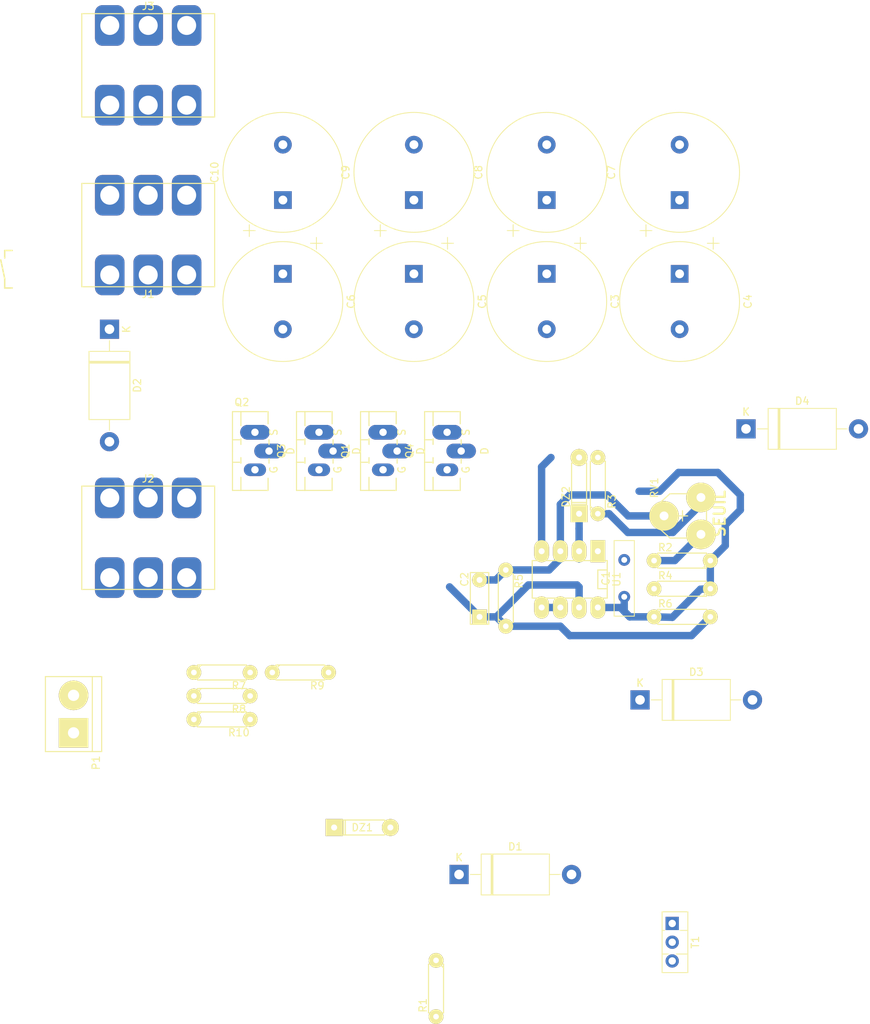
<source format=kicad_pcb>
(kicad_pcb (version 20171130) (host pcbnew 5.1.4-e60b266~84~ubuntu18.04.1)

  (general
    (thickness 1.6)
    (drawings 6)
    (tracks 54)
    (zones 0)
    (modules 37)
    (nets 16)
  )

  (page A4)
  (layers
    (0 F.Cu signal)
    (31 B.Cu signal)
    (32 B.Adhes user)
    (33 F.Adhes user)
    (34 B.Paste user)
    (35 F.Paste user)
    (36 B.SilkS user)
    (37 F.SilkS user)
    (38 B.Mask user)
    (39 F.Mask user)
    (40 Dwgs.User user)
    (41 Cmts.User user)
    (42 Eco1.User user)
    (43 Eco2.User user)
    (44 Edge.Cuts user)
    (45 Margin user)
    (46 B.CrtYd user)
    (47 F.CrtYd user)
    (48 B.Fab user)
    (49 F.Fab user)
  )

  (setup
    (last_trace_width 0.25)
    (user_trace_width 0.4)
    (user_trace_width 0.6)
    (user_trace_width 1)
    (user_trace_width 2)
    (user_trace_width 2.5)
    (user_trace_width 3)
    (user_trace_width 5)
    (trace_clearance 0.2)
    (zone_clearance 0.508)
    (zone_45_only no)
    (trace_min 0.2)
    (via_size 0.6)
    (via_drill 0.4)
    (via_min_size 0.4)
    (via_min_drill 0.3)
    (user_via 2 0.8)
    (uvia_size 0.3)
    (uvia_drill 0.1)
    (uvias_allowed no)
    (uvia_min_size 0.2)
    (uvia_min_drill 0.1)
    (edge_width 0.1)
    (segment_width 0.2)
    (pcb_text_width 0.3)
    (pcb_text_size 1.5 1.5)
    (mod_edge_width 0.15)
    (mod_text_size 1 1)
    (mod_text_width 0.15)
    (pad_size 4 2)
    (pad_drill 1.00076)
    (pad_to_mask_clearance 0)
    (aux_axis_origin 0 0)
    (grid_origin 36.576 34.544)
    (visible_elements 7FFFFFFF)
    (pcbplotparams
      (layerselection 0x00000_80000000)
      (usegerberextensions false)
      (usegerberattributes false)
      (usegerberadvancedattributes false)
      (creategerberjobfile false)
      (excludeedgelayer false)
      (linewidth 0.100000)
      (plotframeref false)
      (viasonmask false)
      (mode 1)
      (useauxorigin false)
      (hpglpennumber 1)
      (hpglpenspeed 20)
      (hpglpendiameter 15.000000)
      (psnegative false)
      (psa4output false)
      (plotreference true)
      (plotvalue true)
      (plotinvisibletext false)
      (padsonsilk true)
      (subtractmaskfromsilk false)
      (outputformat 5)
      (mirror false)
      (drillshape 1)
      (scaleselection 1)
      (outputdirectory "plot/"))
  )

  (net 0 "")
  (net 1 /PV-)
  (net 2 /RC)
  (net 3 /M-)
  (net 4 /M+)
  (net 5 "Net-(DZ1-Pad1)")
  (net 6 /+V)
  (net 7 "Net-(C2-Pad1)")
  (net 8 "Net-(DZ2-Pad1)")
  (net 9 "Net-(R2-Pad2)")
  (net 10 "Net-(R3-Pad1)")
  (net 11 "Net-(Q1-PadG)")
  (net 12 "Net-(Q2-PadG)")
  (net 13 "Net-(Q3-PadG)")
  (net 14 "Net-(Q4-PadG)")
  (net 15 "Net-(U1-Pad5)")

  (net_class Default "Ceci est la Netclass par défaut"
    (clearance 0.2)
    (trace_width 0.25)
    (via_dia 0.6)
    (via_drill 0.4)
    (uvia_dia 0.3)
    (uvia_drill 0.1)
    (add_net /+V)
    (add_net /M+)
    (add_net /M-)
    (add_net /PV-)
    (add_net /RC)
    (add_net "Net-(C2-Pad1)")
    (add_net "Net-(DZ1-Pad1)")
    (add_net "Net-(DZ2-Pad1)")
    (add_net "Net-(Q1-PadG)")
    (add_net "Net-(Q2-PadG)")
    (add_net "Net-(Q3-PadG)")
    (add_net "Net-(Q4-PadG)")
    (add_net "Net-(R2-Pad2)")
    (add_net "Net-(R3-Pad1)")
    (add_net "Net-(U1-Pad5)")
  )

  (net_class a ""
    (clearance 0.2)
    (trace_width 4)
    (via_dia 0.6)
    (via_drill 0.4)
    (uvia_dia 0.3)
    (uvia_drill 0.1)
  )

  (net_class b ""
    (clearance 0.2)
    (trace_width 1)
    (via_dia 0.6)
    (via_drill 0.4)
    (uvia_dia 0.3)
    (uvia_drill 0.1)
  )

  (module maximiseur:CP_Radial_D16.0mm_P7.50mm (layer F.Cu) (tedit 5D4D3588) (tstamp 5D3087AE)
    (at 69.576 30.544 270)
    (descr "CP, Radial series, Radial, pin pitch=7.50mm, , diameter=16mm, Electrolytic Capacitor")
    (tags "CP Radial series Radial pin pitch 7.50mm  diameter 16mm Electrolytic Capacitor")
    (path /55757860)
    (fp_text reference C5 (at 3.75 -9.25 90) (layer F.SilkS)
      (effects (font (size 1 1) (thickness 0.15)))
    )
    (fp_text value 1000µF (at 3.75 9.25 90) (layer F.Fab)
      (effects (font (size 1 1) (thickness 0.15)))
    )
    (fp_text user %R (at 3.75 0 90) (layer F.Fab)
      (effects (font (size 1 1) (thickness 0.15)))
    )
    (fp_line (start -4.139491 -5.355) (end -4.139491 -3.755) (layer F.SilkS) (width 0.12))
    (fp_line (start -4.939491 -4.555) (end -3.339491 -4.555) (layer F.SilkS) (width 0.12))
    (fp_line (start -2.325168 -4.3075) (end -2.325168 -2.7075) (layer F.Fab) (width 0.1))
    (fp_line (start -3.125168 -3.5075) (end -1.525168 -3.5075) (layer F.Fab) (width 0.1))
    (fp_circle (center 3.75 0) (end 12 0) (layer F.CrtYd) (width 0.05))
    (fp_circle (center 3.75 0) (end 11.87 0) (layer F.SilkS) (width 0.12))
    (pad 2 thru_hole circle (at 7.5 0 270) (size 2.4 2.4) (drill 1.2) (layers *.Cu *.Mask)
      (net 1 /PV-))
    (pad 1 thru_hole rect (at 0 0 270) (size 2.4 2.4) (drill 1.2) (layers *.Cu *.Mask)
      (net 4 /M+))
    (model ${KISYS3DMOD}/Capacitor_THT.3dshapes/CP_Radial_D16.0mm_P7.50mm.wrl
      (at (xyz 0 0 0))
      (scale (xyz 1 1 1))
      (rotate (xyz 0 0 0))
    )
  )

  (module maximiseur:7808 (layer F.Cu) (tedit 5D4D5123) (tstamp 5D4DD45B)
    (at 33.576 25.294 180)
    (descr "PC SNAPIN VERT HD M5 THD W/SCREW")
    (tags "PC SNAPIN VERT HD M5 THD W/SCREW")
    (path /5D4F4A74)
    (solder_mask_margin 0.05)
    (attr smd)
    (fp_text reference J1 (at 0 -8) (layer F.SilkS)
      (effects (font (size 1 1) (thickness 0.15)))
    )
    (fp_text value PV+/M+ (at 0.0635 0) (layer F.Fab) hide
      (effects (font (size 0.5 0.5) (thickness 0.125)))
    )
    (fp_circle (center 0 0) (end 2.5 0) (layer F.Fab) (width 0.15))
    (fp_line (start 9 7) (end 9 -7) (layer F.CrtYd) (width 0.05))
    (fp_line (start -9 7) (end 9 7) (layer F.CrtYd) (width 0.05))
    (fp_line (start -9 -7) (end -9 7) (layer F.CrtYd) (width 0.05))
    (fp_line (start 9 -7) (end -9 -7) (layer F.CrtYd) (width 0.05))
    (fp_line (start 9 7) (end 9 -7) (layer F.SilkS) (width 0.15))
    (fp_line (start -9 7) (end 9 7) (layer F.SilkS) (width 0.15))
    (fp_line (start -9 -7) (end -9 7) (layer F.SilkS) (width 0.15))
    (fp_line (start 9 -7) (end -9 -7) (layer F.SilkS) (width 0.15))
    (fp_line (start -8 6) (end -8 -6) (layer F.Fab) (width 0.15))
    (fp_line (start 8 6) (end -8 6) (layer F.Fab) (width 0.15))
    (fp_line (start 8 -6) (end 8 6) (layer F.Fab) (width 0.15))
    (fp_line (start -8 -6) (end 8 -6) (layer F.Fab) (width 0.15))
    (fp_text user %R (at -5 -2) (layer F.Fab)
      (effects (font (size 1 1) (thickness 0.15)))
    )
    (pad 1 thru_hole roundrect (at -5.21 5.4 180) (size 4 5.5) (drill 2.57) (layers *.Cu *.Mask) (roundrect_rratio 0.25)
      (net 4 /M+))
    (pad 1 thru_hole roundrect (at 0 5.4 180) (size 4 5.5) (drill 2.57) (layers *.Cu *.Mask) (roundrect_rratio 0.25)
      (net 4 /M+))
    (pad 1 thru_hole roundrect (at 5.21 5.4 180) (size 4 5.5) (drill 2.57) (layers *.Cu *.Mask) (roundrect_rratio 0.25)
      (net 4 /M+))
    (pad 1 thru_hole roundrect (at 5.21 -5.4 180) (size 4 5.5) (drill 2.57) (layers *.Cu *.Mask) (roundrect_rratio 0.25)
      (net 4 /M+))
    (pad 1 thru_hole roundrect (at 0 -5.4 180) (size 4 5.5) (drill 2.57) (layers *.Cu *.Mask) (roundrect_rratio 0.25)
      (net 4 /M+))
    (pad 1 thru_hole roundrect (at -5.21 -5.4 180) (size 4 5.5) (drill 2.57) (layers *.Cu *.Mask) (roundrect_rratio 0.25)
      (net 4 /M+))
    (model ${KIPRJMOD}/lib/Keystone/3D/7808.step
      (at (xyz 0 0 0))
      (scale (xyz 1 1 1))
      (rotate (xyz 0 0 0))
    )
  )

  (module maximiseur:D3 (layer F.Cu) (tedit 55D4B64A) (tstamp 5D307ABE)
    (at 62.576 105.544 180)
    (descr "Diode 3 pas")
    (tags "DIODE DEV")
    (path /5D2CCAEA)
    (fp_text reference DZ1 (at 0 0) (layer F.SilkS)
      (effects (font (size 1 1) (thickness 0.15)))
    )
    (fp_text value 15V (at 0 0) (layer F.Fab)
      (effects (font (size 1 1) (thickness 0.15)))
    )
    (fp_line (start 2.286 1.016) (end 2.286 -1.016) (layer F.SilkS) (width 0.15))
    (fp_line (start 2.54 -1.016) (end 2.54 1.016) (layer F.SilkS) (width 0.15))
    (fp_line (start 3.048 1.016) (end 3.048 0) (layer F.SilkS) (width 0.15))
    (fp_line (start -3.048 1.016) (end 3.048 1.016) (layer F.SilkS) (width 0.15))
    (fp_line (start -3.048 0) (end -3.048 1.016) (layer F.SilkS) (width 0.15))
    (fp_line (start -3.048 0) (end -3.81 0) (layer F.SilkS) (width 0.15))
    (fp_line (start -3.048 -1.016) (end -3.048 0) (layer F.SilkS) (width 0.15))
    (fp_line (start 3.048 -1.016) (end -3.048 -1.016) (layer F.SilkS) (width 0.15))
    (fp_line (start 3.048 0) (end 3.048 -1.016) (layer F.SilkS) (width 0.15))
    (fp_line (start 3.81 0) (end 3.048 0) (layer F.SilkS) (width 0.15))
    (pad 2 thru_hole circle (at -3.81 0 180) (size 2.3 2.3) (drill 0.8128) (layers *.Cu *.Mask F.SilkS)
      (net 1 /PV-))
    (pad 1 thru_hole rect (at 3.81 0 180) (size 2.3 2.3) (drill 0.8128) (layers *.Cu *.Mask F.SilkS)
      (net 5 "Net-(DZ1-Pad1)"))
    (model Discret.3dshapes/D3.wrl
      (at (xyz 0 0 0))
      (scale (xyz 0.3 0.3 0.3))
      (rotate (xyz 0 0 0))
    )
  )

  (module maximiseur:CP_Radial_D16.0mm_P7.50mm (layer F.Cu) (tedit 5D4D3588) (tstamp 5D307A41)
    (at 87.576 30.544 270)
    (descr "CP, Radial series, Radial, pin pitch=7.50mm, , diameter=16mm, Electrolytic Capacitor")
    (tags "CP Radial series Radial pin pitch 7.50mm  diameter 16mm Electrolytic Capacitor")
    (path /5D2F3459)
    (fp_text reference C3 (at 3.75 -9.25 90) (layer F.SilkS)
      (effects (font (size 1 1) (thickness 0.15)))
    )
    (fp_text value 1000µF (at 3.75 9.25 90) (layer F.Fab)
      (effects (font (size 1 1) (thickness 0.15)))
    )
    (fp_text user %R (at 3.75 0 90) (layer F.Fab)
      (effects (font (size 1 1) (thickness 0.15)))
    )
    (fp_line (start -4.139491 -5.355) (end -4.139491 -3.755) (layer F.SilkS) (width 0.12))
    (fp_line (start -4.939491 -4.555) (end -3.339491 -4.555) (layer F.SilkS) (width 0.12))
    (fp_line (start -2.325168 -4.3075) (end -2.325168 -2.7075) (layer F.Fab) (width 0.1))
    (fp_line (start -3.125168 -3.5075) (end -1.525168 -3.5075) (layer F.Fab) (width 0.1))
    (fp_circle (center 3.75 0) (end 12 0) (layer F.CrtYd) (width 0.05))
    (fp_circle (center 3.75 0) (end 11.87 0) (layer F.SilkS) (width 0.12))
    (pad 2 thru_hole circle (at 7.5 0 270) (size 2.4 2.4) (drill 1.2) (layers *.Cu *.Mask)
      (net 1 /PV-))
    (pad 1 thru_hole rect (at 0 0 270) (size 2.4 2.4) (drill 1.2) (layers *.Cu *.Mask)
      (net 4 /M+))
    (model ${KISYS3DMOD}/Capacitor_THT.3dshapes/CP_Radial_D16.0mm_P7.50mm.wrl
      (at (xyz 0 0 0))
      (scale (xyz 1 1 1))
      (rotate (xyz 0 0 0))
    )
  )

  (module maximiseur:DIP-8__300_ELL placed (layer F.Cu) (tedit 55D4B6B1) (tstamp 5D3088B4)
    (at 90.68882 71.92818 180)
    (descr "8 pins DIL package, elliptical pads")
    (tags DIL)
    (path /5D4CCDDC)
    (fp_text reference U1 (at -6.35 0 270) (layer F.SilkS)
      (effects (font (size 1 1) (thickness 0.15)))
    )
    (fp_text value LM311 (at 0 0 180) (layer F.Fab)
      (effects (font (size 1 1) (thickness 0.15)))
    )
    (fp_line (start -5.08 2.54) (end -5.08 -2.54) (layer F.SilkS) (width 0.15))
    (fp_line (start 5.08 2.54) (end -5.08 2.54) (layer F.SilkS) (width 0.15))
    (fp_line (start 5.08 -2.54) (end 5.08 2.54) (layer F.SilkS) (width 0.15))
    (fp_line (start -5.08 -2.54) (end 5.08 -2.54) (layer F.SilkS) (width 0.15))
    (fp_line (start -3.81 1.27) (end -5.08 1.27) (layer F.SilkS) (width 0.15))
    (fp_line (start -3.81 -1.27) (end -3.81 1.27) (layer F.SilkS) (width 0.15))
    (fp_line (start -5.08 -1.27) (end -3.81 -1.27) (layer F.SilkS) (width 0.15))
    (pad 8 thru_hole oval (at -3.81 -3.81 180) (size 2 3) (drill 0.8128) (layers *.Cu *.Mask F.SilkS)
      (net 6 /+V))
    (pad 7 thru_hole oval (at -1.27 -3.81 180) (size 2 3) (drill 0.8128) (layers *.Cu *.Mask F.SilkS)
      (net 7 "Net-(C2-Pad1)"))
    (pad 6 thru_hole oval (at 1.27 -3.81 180) (size 2 3) (drill 0.8128) (layers *.Cu *.Mask F.SilkS)
      (net 15 "Net-(U1-Pad5)"))
    (pad 5 thru_hole oval (at 3.81 -3.81 180) (size 2 3) (drill 0.8128) (layers *.Cu *.Mask F.SilkS)
      (net 15 "Net-(U1-Pad5)"))
    (pad 4 thru_hole oval (at 3.81 3.81 180) (size 2 3) (drill 0.8128) (layers *.Cu *.Mask F.SilkS)
      (net 1 /PV-))
    (pad 3 thru_hole oval (at 1.27 3.81 180) (size 2 3) (drill 0.8128) (layers *.Cu *.Mask F.SilkS)
      (net 8 "Net-(DZ2-Pad1)"))
    (pad 2 thru_hole oval (at -1.27 3.81 180) (size 2 3) (drill 0.8128) (layers *.Cu *.Mask F.SilkS)
      (net 2 /RC))
    (pad 1 thru_hole rect (at -3.81 3.81 180) (size 2 3) (drill 0.8128) (layers *.Cu *.Mask F.SilkS)
      (net 1 /PV-))
    (model Sockets_DIP.3dshapes/DIP-8__300_ELL.wrl
      (at (xyz 0 0 0))
      (scale (xyz 1 1 1))
      (rotate (xyz 0 0 0))
    )
  )

  (module maximiseur:CP_Radial_D16.0mm_P7.50mm (layer F.Cu) (tedit 5D4D3588) (tstamp 5D4E1579)
    (at 51.826 20.544 90)
    (descr "CP, Radial series, Radial, pin pitch=7.50mm, , diameter=16mm, Electrolytic Capacitor")
    (tags "CP Radial series Radial pin pitch 7.50mm  diameter 16mm Electrolytic Capacitor")
    (path /5D52925F)
    (fp_text reference C10 (at 3.75 -9.25 90) (layer F.SilkS)
      (effects (font (size 1 1) (thickness 0.15)))
    )
    (fp_text value 1000µF (at 3.75 9.25 90) (layer F.Fab)
      (effects (font (size 1 1) (thickness 0.15)))
    )
    (fp_text user %R (at 3.75 0 90) (layer F.Fab)
      (effects (font (size 1 1) (thickness 0.15)))
    )
    (fp_line (start -4.139491 -5.355) (end -4.139491 -3.755) (layer F.SilkS) (width 0.12))
    (fp_line (start -4.939491 -4.555) (end -3.339491 -4.555) (layer F.SilkS) (width 0.12))
    (fp_line (start -2.325168 -4.3075) (end -2.325168 -2.7075) (layer F.Fab) (width 0.1))
    (fp_line (start -3.125168 -3.5075) (end -1.525168 -3.5075) (layer F.Fab) (width 0.1))
    (fp_circle (center 3.75 0) (end 12 0) (layer F.CrtYd) (width 0.05))
    (fp_circle (center 3.75 0) (end 11.87 0) (layer F.SilkS) (width 0.12))
    (pad 2 thru_hole circle (at 7.5 0 90) (size 2.4 2.4) (drill 1.2) (layers *.Cu *.Mask)
      (net 1 /PV-))
    (pad 1 thru_hole rect (at 0 0 90) (size 2.4 2.4) (drill 1.2) (layers *.Cu *.Mask)
      (net 4 /M+))
    (model ${KISYS3DMOD}/Capacitor_THT.3dshapes/CP_Radial_D16.0mm_P7.50mm.wrl
      (at (xyz 0 0 0))
      (scale (xyz 1 1 1))
      (rotate (xyz 0 0 0))
    )
  )

  (module maximiseur:TO-220_FET-GDS_Vertical_LargePads_decales (layer F.Cu) (tedit 5D4D36D9) (tstamp 5D308F15)
    (at 65.397006 54.544 90)
    (descr "TO-220, FET-GDS, Vertical, Large Pads,")
    (tags "TO-220, FET-GDS, Vertical, Large Pads,")
    (path /5D34A770)
    (fp_text reference Q1 (at 0 -5.08 90) (layer F.SilkS)
      (effects (font (size 1 1) (thickness 0.15)))
    )
    (fp_text value IRLB3036G (at 0 3.81 90) (layer F.Fab)
      (effects (font (size 1 1) (thickness 0.15)))
    )
    (fp_line (start 0 -3.048) (end 5.334 -3.048) (layer F.SilkS) (width 0.15))
    (fp_line (start 0 -3.048) (end -5.334 -3.048) (layer F.SilkS) (width 0.15))
    (fp_line (start -5.334 -1.905) (end -5.334 -3.048) (layer F.SilkS) (width 0.15))
    (fp_line (start 5.334 -3.048) (end 5.334 -1.905) (layer F.SilkS) (width 0.15))
    (fp_line (start -5.334 1.778) (end -5.334 -1.905) (layer F.SilkS) (width 0.15))
    (fp_line (start 5.334 -1.905) (end 5.334 1.778) (layer F.SilkS) (width 0.15))
    (fp_line (start 1.524 -3.048) (end 1.524 -1.905) (layer F.SilkS) (width 0.15))
    (fp_line (start -1.524 -3.048) (end -1.524 -1.905) (layer F.SilkS) (width 0.15))
    (fp_line (start 5.334 1.778) (end 3.683 1.778) (layer F.SilkS) (width 0.15))
    (fp_line (start 1.524 1.905) (end 0.889 1.905) (layer F.SilkS) (width 0.15))
    (fp_line (start -1.016 1.905) (end -1.651 1.905) (layer F.SilkS) (width 0.15))
    (fp_line (start -5.334 1.778) (end -3.683 1.778) (layer F.SilkS) (width 0.15))
    (fp_line (start -5.334 -1.905) (end -3.556 -1.905) (layer F.SilkS) (width 0.15))
    (fp_line (start -1.524 -1.905) (end -0.889 -1.905) (layer F.SilkS) (width 0.15))
    (fp_line (start -1.524 -1.905) (end -1.651 -1.905) (layer F.SilkS) (width 0.15))
    (fp_line (start 0.889 -1.905) (end 1.651 -1.905) (layer F.SilkS) (width 0.15))
    (fp_line (start 5.334 -1.905) (end 3.429 -1.905) (layer F.SilkS) (width 0.15))
    (fp_text user G (at -2.54 2.54 90) (layer F.SilkS)
      (effects (font (size 1 1) (thickness 0.15)))
    )
    (fp_text user S (at 2.54 2.54 90) (layer F.SilkS)
      (effects (font (size 1 1) (thickness 0.15)))
    )
    (fp_text user D (at 0 5.08 90) (layer F.SilkS)
      (effects (font (size 1 1) (thickness 0.15)))
    )
    (pad S thru_hole oval (at 2.54 0 180) (size 4 2) (drill 1.00076) (layers *.Cu *.Mask)
      (net 1 /PV-))
    (pad G thru_hole oval (at -2.54 0 180) (size 3 1.69926) (drill 1.00076) (layers *.Cu *.Mask)
      (net 11 "Net-(Q1-PadG)"))
    (pad D thru_hole oval (at 0 1.905 180) (size 4 2) (drill 1.00076) (layers *.Cu *.Mask)
      (net 3 /M-))
    (model Transistors_TO-220.3dshapes/TO-220_FET-GDS_Vertical_LargePads.wrl
      (at (xyz 0 0 0))
      (scale (xyz 0.3937 0.3937 0.3937))
      (rotate (xyz 0 0 0))
    )
  )

  (module maximiseur:CP_Radial_D16.0mm_P7.50mm (layer F.Cu) (tedit 5D4D3588) (tstamp 5D3089A9)
    (at 51.816 30.544 270)
    (descr "CP, Radial series, Radial, pin pitch=7.50mm, , diameter=16mm, Electrolytic Capacitor")
    (tags "CP Radial series Radial pin pitch 7.50mm  diameter 16mm Electrolytic Capacitor")
    (path /557577E2)
    (fp_text reference C6 (at 3.75 -9.25 90) (layer F.SilkS)
      (effects (font (size 1 1) (thickness 0.15)))
    )
    (fp_text value 1000µF (at 3.75 9.25 90) (layer F.Fab)
      (effects (font (size 1 1) (thickness 0.15)))
    )
    (fp_text user %R (at 3.75 0 90) (layer F.Fab)
      (effects (font (size 1 1) (thickness 0.15)))
    )
    (fp_line (start -4.139491 -5.355) (end -4.139491 -3.755) (layer F.SilkS) (width 0.12))
    (fp_line (start -4.939491 -4.555) (end -3.339491 -4.555) (layer F.SilkS) (width 0.12))
    (fp_line (start -2.325168 -4.3075) (end -2.325168 -2.7075) (layer F.Fab) (width 0.1))
    (fp_line (start -3.125168 -3.5075) (end -1.525168 -3.5075) (layer F.Fab) (width 0.1))
    (fp_circle (center 3.75 0) (end 12 0) (layer F.CrtYd) (width 0.05))
    (fp_circle (center 3.75 0) (end 11.87 0) (layer F.SilkS) (width 0.12))
    (pad 2 thru_hole circle (at 7.5 0 270) (size 2.4 2.4) (drill 1.2) (layers *.Cu *.Mask)
      (net 1 /PV-))
    (pad 1 thru_hole rect (at 0 0 270) (size 2.4 2.4) (drill 1.2) (layers *.Cu *.Mask)
      (net 4 /M+))
    (model ${KISYS3DMOD}/Capacitor_THT.3dshapes/CP_Radial_D16.0mm_P7.50mm.wrl
      (at (xyz 0 0 0))
      (scale (xyz 1 1 1))
      (rotate (xyz 0 0 0))
    )
  )

  (module maximiseur:R3-LARGE_PADS placed (layer F.Cu) (tedit 55D4B67F) (tstamp 5D307B72)
    (at 72.576 127.354 270)
    (descr "Resitance 3 pas")
    (tags R)
    (path /5D2D926F)
    (fp_text reference R1 (at 2.286 1.778 270) (layer F.SilkS)
      (effects (font (size 1 1) (thickness 0.15)))
    )
    (fp_text value 3k3 (at 0 0 90) (layer F.Fab)
      (effects (font (size 1 1) (thickness 0.15)))
    )
    (fp_line (start -3.302 -0.508) (end -2.794 -1.016) (layer F.SilkS) (width 0.15))
    (fp_line (start 3.302 1.016) (end 3.302 0) (layer F.SilkS) (width 0.15))
    (fp_line (start -3.302 1.016) (end 3.302 1.016) (layer F.SilkS) (width 0.15))
    (fp_line (start -3.302 -1.016) (end -3.302 1.016) (layer F.SilkS) (width 0.15))
    (fp_line (start 3.302 -1.016) (end -3.302 -1.016) (layer F.SilkS) (width 0.15))
    (fp_line (start 3.302 0) (end 3.302 -1.016) (layer F.SilkS) (width 0.15))
    (fp_line (start 3.81 0) (end 3.302 0) (layer F.SilkS) (width 0.15))
    (fp_line (start -3.81 0) (end -3.302 0) (layer F.SilkS) (width 0.15))
    (pad 2 thru_hole circle (at 3.81 0 270) (size 2 2) (drill 0.762) (layers *.Cu *.Mask F.SilkS)
      (net 5 "Net-(DZ1-Pad1)"))
    (pad 1 thru_hole circle (at -3.81 0 270) (size 2 2) (drill 0.762) (layers *.Cu *.Mask F.SilkS)
      (net 4 /M+))
    (model Discret.3dshapes/R3-LARGE_PADS.wrl
      (at (xyz 0 0 0))
      (scale (xyz 0.3 0.3 0.3))
      (rotate (xyz 0 0 0))
    )
  )

  (module Package_TO_SOT_THT:TO-126-3_Vertical (layer F.Cu) (tedit 5AC8BA0D) (tstamp 5D30847D)
    (at 104.576 118.544 270)
    (descr "TO-126-3, Vertical, RM 2.54mm, see https://www.diodes.com/assets/Package-Files/TO126.pdf")
    (tags "TO-126-3 Vertical RM 2.54mm")
    (path /5D2C4DE3)
    (fp_text reference T1 (at 2.54 -3.12 90) (layer F.SilkS)
      (effects (font (size 1 1) (thickness 0.15)))
    )
    (fp_text value BD139 (at 2.54 2.5 90) (layer F.Fab)
      (effects (font (size 1 1) (thickness 0.15)))
    )
    (fp_text user %R (at 2.54 -3.12 90) (layer F.Fab)
      (effects (font (size 1 1) (thickness 0.15)))
    )
    (fp_line (start 6.79 -2.25) (end -1.71 -2.25) (layer F.CrtYd) (width 0.05))
    (fp_line (start 6.79 1.5) (end 6.79 -2.25) (layer F.CrtYd) (width 0.05))
    (fp_line (start -1.71 1.5) (end 6.79 1.5) (layer F.CrtYd) (width 0.05))
    (fp_line (start -1.71 -2.25) (end -1.71 1.5) (layer F.CrtYd) (width 0.05))
    (fp_line (start 4.141 0.54) (end 4.141 1.37) (layer F.SilkS) (width 0.12))
    (fp_line (start 4.141 -2.12) (end 4.141 -0.54) (layer F.SilkS) (width 0.12))
    (fp_line (start 0.94 1.05) (end 0.94 1.37) (layer F.SilkS) (width 0.12))
    (fp_line (start 0.94 -2.12) (end 0.94 -1.05) (layer F.SilkS) (width 0.12))
    (fp_line (start 6.66 -2.12) (end 6.66 1.37) (layer F.SilkS) (width 0.12))
    (fp_line (start -1.58 -2.12) (end -1.58 1.37) (layer F.SilkS) (width 0.12))
    (fp_line (start -1.58 1.37) (end 6.66 1.37) (layer F.SilkS) (width 0.12))
    (fp_line (start -1.58 -2.12) (end 6.66 -2.12) (layer F.SilkS) (width 0.12))
    (fp_line (start 4.14 -2) (end 4.14 1.25) (layer F.Fab) (width 0.1))
    (fp_line (start 0.94 -2) (end 0.94 1.25) (layer F.Fab) (width 0.1))
    (fp_line (start 6.54 -2) (end -1.46 -2) (layer F.Fab) (width 0.1))
    (fp_line (start 6.54 1.25) (end 6.54 -2) (layer F.Fab) (width 0.1))
    (fp_line (start -1.46 1.25) (end 6.54 1.25) (layer F.Fab) (width 0.1))
    (fp_line (start -1.46 -2) (end -1.46 1.25) (layer F.Fab) (width 0.1))
    (pad 3 thru_hole oval (at 5.08 0 270) (size 1.8 1.8) (drill 1) (layers *.Cu *.Mask)
      (net 5 "Net-(DZ1-Pad1)"))
    (pad 2 thru_hole oval (at 2.54 0 270) (size 1.8 1.8) (drill 1) (layers *.Cu *.Mask)
      (net 4 /M+))
    (pad 1 thru_hole rect (at 0 0 270) (size 1.8 1.8) (drill 1) (layers *.Cu *.Mask)
      (net 6 /+V))
    (model ${KISYS3DMOD}/Package_TO_SOT_THT.3dshapes/TO-126-3_Vertical.wrl
      (at (xyz 0 0 0))
      (scale (xyz 1 1 1))
      (rotate (xyz 0 0 0))
    )
  )

  (module maximiseur:TO-220_FET-GDS_Vertical_LargePads_decales (layer F.Cu) (tedit 5D4D36D9) (tstamp 5D307B64)
    (at 74.076 54.544 90)
    (descr "TO-220, FET-GDS, Vertical, Large Pads,")
    (tags "TO-220, FET-GDS, Vertical, Large Pads,")
    (path /5D2DE809)
    (fp_text reference Q4 (at 0 -5.08 90) (layer F.SilkS)
      (effects (font (size 1 1) (thickness 0.15)))
    )
    (fp_text value IRLB3036G (at 0 3.81 90) (layer F.Fab)
      (effects (font (size 1 1) (thickness 0.15)))
    )
    (fp_line (start 0 -3.048) (end 5.334 -3.048) (layer F.SilkS) (width 0.15))
    (fp_line (start 0 -3.048) (end -5.334 -3.048) (layer F.SilkS) (width 0.15))
    (fp_line (start -5.334 -1.905) (end -5.334 -3.048) (layer F.SilkS) (width 0.15))
    (fp_line (start 5.334 -3.048) (end 5.334 -1.905) (layer F.SilkS) (width 0.15))
    (fp_line (start -5.334 1.778) (end -5.334 -1.905) (layer F.SilkS) (width 0.15))
    (fp_line (start 5.334 -1.905) (end 5.334 1.778) (layer F.SilkS) (width 0.15))
    (fp_line (start 1.524 -3.048) (end 1.524 -1.905) (layer F.SilkS) (width 0.15))
    (fp_line (start -1.524 -3.048) (end -1.524 -1.905) (layer F.SilkS) (width 0.15))
    (fp_line (start 5.334 1.778) (end 3.683 1.778) (layer F.SilkS) (width 0.15))
    (fp_line (start 1.524 1.905) (end 0.889 1.905) (layer F.SilkS) (width 0.15))
    (fp_line (start -1.016 1.905) (end -1.651 1.905) (layer F.SilkS) (width 0.15))
    (fp_line (start -5.334 1.778) (end -3.683 1.778) (layer F.SilkS) (width 0.15))
    (fp_line (start -5.334 -1.905) (end -3.556 -1.905) (layer F.SilkS) (width 0.15))
    (fp_line (start -1.524 -1.905) (end -0.889 -1.905) (layer F.SilkS) (width 0.15))
    (fp_line (start -1.524 -1.905) (end -1.651 -1.905) (layer F.SilkS) (width 0.15))
    (fp_line (start 0.889 -1.905) (end 1.651 -1.905) (layer F.SilkS) (width 0.15))
    (fp_line (start 5.334 -1.905) (end 3.429 -1.905) (layer F.SilkS) (width 0.15))
    (fp_text user G (at -2.54 2.54 90) (layer F.SilkS)
      (effects (font (size 1 1) (thickness 0.15)))
    )
    (fp_text user S (at 2.54 2.54 90) (layer F.SilkS)
      (effects (font (size 1 1) (thickness 0.15)))
    )
    (fp_text user D (at 0 5.08 90) (layer F.SilkS)
      (effects (font (size 1 1) (thickness 0.15)))
    )
    (pad S thru_hole oval (at 2.54 0 180) (size 4 2) (drill 1.00076) (layers *.Cu *.Mask)
      (net 1 /PV-))
    (pad G thru_hole oval (at -2.54 0 180) (size 3 1.69926) (drill 1.00076) (layers *.Cu *.Mask)
      (net 14 "Net-(Q4-PadG)"))
    (pad D thru_hole oval (at 0 1.905 180) (size 4 2) (drill 1.00076) (layers *.Cu *.Mask)
      (net 3 /M-))
    (model Transistors_TO-220.3dshapes/TO-220_FET-GDS_Vertical_LargePads.wrl
      (at (xyz 0 0 0))
      (scale (xyz 0.3937 0.3937 0.3937))
      (rotate (xyz 0 0 0))
    )
  )

  (module maximiseur:TO-220_FET-GDS_Vertical_LargePads_decales (layer F.Cu) (tedit 5D4D36D9) (tstamp 5D308C73)
    (at 56.718013 54.544 90)
    (descr "TO-220, FET-GDS, Vertical, Large Pads,")
    (tags "TO-220, FET-GDS, Vertical, Large Pads,")
    (path /5D2DEEC9)
    (fp_text reference Q3 (at 0 -5.08 90) (layer F.SilkS)
      (effects (font (size 1 1) (thickness 0.15)))
    )
    (fp_text value IRLB3036G (at 0 3.81 90) (layer F.Fab)
      (effects (font (size 1 1) (thickness 0.15)))
    )
    (fp_line (start 0 -3.048) (end 5.334 -3.048) (layer F.SilkS) (width 0.15))
    (fp_line (start 0 -3.048) (end -5.334 -3.048) (layer F.SilkS) (width 0.15))
    (fp_line (start -5.334 -1.905) (end -5.334 -3.048) (layer F.SilkS) (width 0.15))
    (fp_line (start 5.334 -3.048) (end 5.334 -1.905) (layer F.SilkS) (width 0.15))
    (fp_line (start -5.334 1.778) (end -5.334 -1.905) (layer F.SilkS) (width 0.15))
    (fp_line (start 5.334 -1.905) (end 5.334 1.778) (layer F.SilkS) (width 0.15))
    (fp_line (start 1.524 -3.048) (end 1.524 -1.905) (layer F.SilkS) (width 0.15))
    (fp_line (start -1.524 -3.048) (end -1.524 -1.905) (layer F.SilkS) (width 0.15))
    (fp_line (start 5.334 1.778) (end 3.683 1.778) (layer F.SilkS) (width 0.15))
    (fp_line (start 1.524 1.905) (end 0.889 1.905) (layer F.SilkS) (width 0.15))
    (fp_line (start -1.016 1.905) (end -1.651 1.905) (layer F.SilkS) (width 0.15))
    (fp_line (start -5.334 1.778) (end -3.683 1.778) (layer F.SilkS) (width 0.15))
    (fp_line (start -5.334 -1.905) (end -3.556 -1.905) (layer F.SilkS) (width 0.15))
    (fp_line (start -1.524 -1.905) (end -0.889 -1.905) (layer F.SilkS) (width 0.15))
    (fp_line (start -1.524 -1.905) (end -1.651 -1.905) (layer F.SilkS) (width 0.15))
    (fp_line (start 0.889 -1.905) (end 1.651 -1.905) (layer F.SilkS) (width 0.15))
    (fp_line (start 5.334 -1.905) (end 3.429 -1.905) (layer F.SilkS) (width 0.15))
    (fp_text user G (at -2.54 2.54 90) (layer F.SilkS)
      (effects (font (size 1 1) (thickness 0.15)))
    )
    (fp_text user S (at 2.54 2.54 90) (layer F.SilkS)
      (effects (font (size 1 1) (thickness 0.15)))
    )
    (fp_text user D (at 0 5.08 90) (layer F.SilkS)
      (effects (font (size 1 1) (thickness 0.15)))
    )
    (pad S thru_hole oval (at 2.54 0 180) (size 4 2) (drill 1.00076) (layers *.Cu *.Mask)
      (net 1 /PV-))
    (pad G thru_hole oval (at -2.54 0 180) (size 3 1.69926) (drill 1.00076) (layers *.Cu *.Mask)
      (net 13 "Net-(Q3-PadG)"))
    (pad D thru_hole oval (at 0 1.905 180) (size 4 2) (drill 1.00076) (layers *.Cu *.Mask)
      (net 3 /M-))
    (model Transistors_TO-220.3dshapes/TO-220_FET-GDS_Vertical_LargePads.wrl
      (at (xyz 0 0 0))
      (scale (xyz 0.3937 0.3937 0.3937))
      (rotate (xyz 0 0 0))
    )
  )

  (module maximiseur:R3-LARGE_PADS placed (layer F.Cu) (tedit 55D4B67F) (tstamp 5D309C87)
    (at 43.576 84.544)
    (descr "Resitance 3 pas")
    (tags R)
    (path /5D3DC11B)
    (fp_text reference R7 (at 2.286 1.778 180) (layer F.SilkS)
      (effects (font (size 1 1) (thickness 0.15)))
    )
    (fp_text value 150 (at 0 0) (layer F.Fab)
      (effects (font (size 1 1) (thickness 0.15)))
    )
    (fp_line (start -3.302 -0.508) (end -2.794 -1.016) (layer F.SilkS) (width 0.15))
    (fp_line (start 3.302 1.016) (end 3.302 0) (layer F.SilkS) (width 0.15))
    (fp_line (start -3.302 1.016) (end 3.302 1.016) (layer F.SilkS) (width 0.15))
    (fp_line (start -3.302 -1.016) (end -3.302 1.016) (layer F.SilkS) (width 0.15))
    (fp_line (start 3.302 -1.016) (end -3.302 -1.016) (layer F.SilkS) (width 0.15))
    (fp_line (start 3.302 0) (end 3.302 -1.016) (layer F.SilkS) (width 0.15))
    (fp_line (start 3.81 0) (end 3.302 0) (layer F.SilkS) (width 0.15))
    (fp_line (start -3.81 0) (end -3.302 0) (layer F.SilkS) (width 0.15))
    (pad 2 thru_hole circle (at 3.81 0) (size 2 2) (drill 0.762) (layers *.Cu *.Mask F.SilkS)
      (net 11 "Net-(Q1-PadG)"))
    (pad 1 thru_hole circle (at -3.81 0) (size 2 2) (drill 0.762) (layers *.Cu *.Mask F.SilkS)
      (net 7 "Net-(C2-Pad1)"))
    (model Discret.3dshapes/R3-LARGE_PADS.wrl
      (at (xyz 0 0 0))
      (scale (xyz 0.3 0.3 0.3))
      (rotate (xyz 0 0 0))
    )
  )

  (module maximiseur:R3-LARGE_PADS placed (layer F.Cu) (tedit 55D4B67F) (tstamp 5D308762)
    (at 105.92882 77.00818)
    (descr "Resitance 3 pas")
    (tags R)
    (path /55B212A6)
    (fp_text reference R6 (at -2.286 -1.778 180) (layer F.SilkS)
      (effects (font (size 1 1) (thickness 0.15)))
    )
    (fp_text value 1k5 (at 0 0) (layer F.Fab)
      (effects (font (size 1 1) (thickness 0.15)))
    )
    (fp_line (start -3.302 -0.508) (end -2.794 -1.016) (layer F.SilkS) (width 0.15))
    (fp_line (start 3.302 1.016) (end 3.302 0) (layer F.SilkS) (width 0.15))
    (fp_line (start -3.302 1.016) (end 3.302 1.016) (layer F.SilkS) (width 0.15))
    (fp_line (start -3.302 -1.016) (end -3.302 1.016) (layer F.SilkS) (width 0.15))
    (fp_line (start 3.302 -1.016) (end -3.302 -1.016) (layer F.SilkS) (width 0.15))
    (fp_line (start 3.302 0) (end 3.302 -1.016) (layer F.SilkS) (width 0.15))
    (fp_line (start 3.81 0) (end 3.302 0) (layer F.SilkS) (width 0.15))
    (fp_line (start -3.81 0) (end -3.302 0) (layer F.SilkS) (width 0.15))
    (pad 2 thru_hole circle (at 3.81 0) (size 2 2) (drill 0.762) (layers *.Cu *.Mask F.SilkS)
      (net 7 "Net-(C2-Pad1)"))
    (pad 1 thru_hole circle (at -3.81 0) (size 2 2) (drill 0.762) (layers *.Cu *.Mask F.SilkS)
      (net 6 /+V))
    (model Discret.3dshapes/R3-LARGE_PADS.wrl
      (at (xyz 0 0 0))
      (scale (xyz 0.3 0.3 0.3))
      (rotate (xyz 0 0 0))
    )
  )

  (module maximiseur:TO-220_FET-GDS_Vertical_LargePads_decales (layer F.Cu) (tedit 5D4D36D9) (tstamp 5D30894F)
    (at 48.03902 54.544 90)
    (descr "TO-220, FET-GDS, Vertical, Large Pads,")
    (tags "TO-220, FET-GDS, Vertical, Large Pads,")
    (path /5575722A)
    (fp_text reference Q2 (at 6.604 -1.778 180) (layer F.SilkS)
      (effects (font (size 1 1) (thickness 0.15)))
    )
    (fp_text value IRLB3036G (at -2.794 -2.286 90) (layer F.Fab)
      (effects (font (size 1 1) (thickness 0.15)))
    )
    (fp_line (start 0 -3.048) (end 5.334 -3.048) (layer F.SilkS) (width 0.15))
    (fp_line (start 0 -3.048) (end -5.334 -3.048) (layer F.SilkS) (width 0.15))
    (fp_line (start -5.334 -1.905) (end -5.334 -3.048) (layer F.SilkS) (width 0.15))
    (fp_line (start 5.334 -3.048) (end 5.334 -1.905) (layer F.SilkS) (width 0.15))
    (fp_line (start -5.334 1.778) (end -5.334 -1.905) (layer F.SilkS) (width 0.15))
    (fp_line (start 5.334 -1.905) (end 5.334 1.778) (layer F.SilkS) (width 0.15))
    (fp_line (start 1.524 -3.048) (end 1.524 -1.905) (layer F.SilkS) (width 0.15))
    (fp_line (start -1.524 -3.048) (end -1.524 -1.905) (layer F.SilkS) (width 0.15))
    (fp_line (start 5.334 1.778) (end 3.683 1.778) (layer F.SilkS) (width 0.15))
    (fp_line (start 1.524 1.905) (end 0.889 1.905) (layer F.SilkS) (width 0.15))
    (fp_line (start -1.016 1.905) (end -1.651 1.905) (layer F.SilkS) (width 0.15))
    (fp_line (start -5.334 1.778) (end -3.683 1.778) (layer F.SilkS) (width 0.15))
    (fp_line (start -5.334 -1.905) (end -3.556 -1.905) (layer F.SilkS) (width 0.15))
    (fp_line (start -1.524 -1.905) (end -0.889 -1.905) (layer F.SilkS) (width 0.15))
    (fp_line (start -1.524 -1.905) (end -1.651 -1.905) (layer F.SilkS) (width 0.15))
    (fp_line (start 0.889 -1.905) (end 1.651 -1.905) (layer F.SilkS) (width 0.15))
    (fp_line (start 5.334 -1.905) (end 3.429 -1.905) (layer F.SilkS) (width 0.15))
    (fp_text user G (at -2.54 2.54 90) (layer F.SilkS)
      (effects (font (size 1 1) (thickness 0.15)))
    )
    (fp_text user S (at 2.54 2.54 90) (layer F.SilkS)
      (effects (font (size 1 1) (thickness 0.15)))
    )
    (fp_text user D (at 0 4.826 90) (layer F.SilkS)
      (effects (font (size 1 1) (thickness 0.15)))
    )
    (pad S thru_hole oval (at 2.54 0 180) (size 4 2) (drill 1.00076) (layers *.Cu *.Mask)
      (net 1 /PV-))
    (pad G thru_hole oval (at -2.54 0 180) (size 3 1.69926) (drill 1.00076) (layers *.Cu *.Mask)
      (net 12 "Net-(Q2-PadG)"))
    (pad D thru_hole oval (at 0 1.905 180) (size 4 2) (drill 1.00076) (layers *.Cu *.Mask)
      (net 3 /M-))
    (model Transistors_TO-220.3dshapes/TO-220_FET-GDS_Vertical_LargePads.wrl
      (at (xyz 0 0 0))
      (scale (xyz 0.3937 0.3937 0.3937))
      (rotate (xyz 0 0 0))
    )
  )

  (module maximiseur:R3-LARGE_PADS placed (layer F.Cu) (tedit 55D4B67F) (tstamp 5D309C95)
    (at 43.576 87.724)
    (descr "Resitance 3 pas")
    (tags R)
    (path /5D3DC92E)
    (fp_text reference R8 (at 2.286 1.778 180) (layer F.SilkS)
      (effects (font (size 1 1) (thickness 0.15)))
    )
    (fp_text value 150 (at 0 0) (layer F.Fab)
      (effects (font (size 1 1) (thickness 0.15)))
    )
    (fp_line (start -3.302 -0.508) (end -2.794 -1.016) (layer F.SilkS) (width 0.15))
    (fp_line (start 3.302 1.016) (end 3.302 0) (layer F.SilkS) (width 0.15))
    (fp_line (start -3.302 1.016) (end 3.302 1.016) (layer F.SilkS) (width 0.15))
    (fp_line (start -3.302 -1.016) (end -3.302 1.016) (layer F.SilkS) (width 0.15))
    (fp_line (start 3.302 -1.016) (end -3.302 -1.016) (layer F.SilkS) (width 0.15))
    (fp_line (start 3.302 0) (end 3.302 -1.016) (layer F.SilkS) (width 0.15))
    (fp_line (start 3.81 0) (end 3.302 0) (layer F.SilkS) (width 0.15))
    (fp_line (start -3.81 0) (end -3.302 0) (layer F.SilkS) (width 0.15))
    (pad 2 thru_hole circle (at 3.81 0) (size 2 2) (drill 0.762) (layers *.Cu *.Mask F.SilkS)
      (net 12 "Net-(Q2-PadG)"))
    (pad 1 thru_hole circle (at -3.81 0) (size 2 2) (drill 0.762) (layers *.Cu *.Mask F.SilkS)
      (net 7 "Net-(C2-Pad1)"))
    (model Discret.3dshapes/R3-LARGE_PADS.wrl
      (at (xyz 0 0 0))
      (scale (xyz 0.3 0.3 0.3))
      (rotate (xyz 0 0 0))
    )
  )

  (module maximiseur:R3-LARGE_PADS placed (layer F.Cu) (tedit 55D4B67F) (tstamp 5D3088F7)
    (at 105.92882 73.19818 180)
    (descr "Resitance 3 pas")
    (tags R)
    (path /55B2126F)
    (fp_text reference R4 (at 2.286 1.778) (layer F.SilkS)
      (effects (font (size 1 1) (thickness 0.15)))
    )
    (fp_text value 3k3 (at 0 0 180) (layer F.Fab)
      (effects (font (size 1 1) (thickness 0.15)))
    )
    (fp_line (start -3.302 -0.508) (end -2.794 -1.016) (layer F.SilkS) (width 0.15))
    (fp_line (start 3.302 1.016) (end 3.302 0) (layer F.SilkS) (width 0.15))
    (fp_line (start -3.302 1.016) (end 3.302 1.016) (layer F.SilkS) (width 0.15))
    (fp_line (start -3.302 -1.016) (end -3.302 1.016) (layer F.SilkS) (width 0.15))
    (fp_line (start 3.302 -1.016) (end -3.302 -1.016) (layer F.SilkS) (width 0.15))
    (fp_line (start 3.302 0) (end 3.302 -1.016) (layer F.SilkS) (width 0.15))
    (fp_line (start 3.81 0) (end 3.302 0) (layer F.SilkS) (width 0.15))
    (fp_line (start -3.81 0) (end -3.302 0) (layer F.SilkS) (width 0.15))
    (pad 2 thru_hole circle (at 3.81 0 180) (size 2 2) (drill 0.762) (layers *.Cu *.Mask F.SilkS)
      (net 8 "Net-(DZ2-Pad1)"))
    (pad 1 thru_hole circle (at -3.81 0 180) (size 2 2) (drill 0.762) (layers *.Cu *.Mask F.SilkS)
      (net 6 /+V))
    (model Discret.3dshapes/R3-LARGE_PADS.wrl
      (at (xyz 0 0 0))
      (scale (xyz 0.3 0.3 0.3))
      (rotate (xyz 0 0 0))
    )
  )

  (module maximiseur:CP_Radial_D16.0mm_P7.50mm (layer F.Cu) (tedit 5D4D3588) (tstamp 5D4E1552)
    (at 105.576 20.544 90)
    (descr "CP, Radial series, Radial, pin pitch=7.50mm, , diameter=16mm, Electrolytic Capacitor")
    (tags "CP Radial series Radial pin pitch 7.50mm  diameter 16mm Electrolytic Capacitor")
    (path /5D5285EA)
    (fp_text reference C7 (at 3.75 -9.25 90) (layer F.SilkS)
      (effects (font (size 1 1) (thickness 0.15)))
    )
    (fp_text value 1000µF (at 3.75 9.25 90) (layer F.Fab)
      (effects (font (size 1 1) (thickness 0.15)))
    )
    (fp_text user %R (at 3.75 0 90) (layer F.Fab)
      (effects (font (size 1 1) (thickness 0.15)))
    )
    (fp_line (start -4.139491 -5.355) (end -4.139491 -3.755) (layer F.SilkS) (width 0.12))
    (fp_line (start -4.939491 -4.555) (end -3.339491 -4.555) (layer F.SilkS) (width 0.12))
    (fp_line (start -2.325168 -4.3075) (end -2.325168 -2.7075) (layer F.Fab) (width 0.1))
    (fp_line (start -3.125168 -3.5075) (end -1.525168 -3.5075) (layer F.Fab) (width 0.1))
    (fp_circle (center 3.75 0) (end 12 0) (layer F.CrtYd) (width 0.05))
    (fp_circle (center 3.75 0) (end 11.87 0) (layer F.SilkS) (width 0.12))
    (pad 2 thru_hole circle (at 7.5 0 90) (size 2.4 2.4) (drill 1.2) (layers *.Cu *.Mask)
      (net 1 /PV-))
    (pad 1 thru_hole rect (at 0 0 90) (size 2.4 2.4) (drill 1.2) (layers *.Cu *.Mask)
      (net 4 /M+))
    (model ${KISYS3DMOD}/Capacitor_THT.3dshapes/CP_Radial_D16.0mm_P7.50mm.wrl
      (at (xyz 0 0 0))
      (scale (xyz 1 1 1))
      (rotate (xyz 0 0 0))
    )
  )

  (module maximiseur:CP_Radial_D16.0mm_P7.50mm (layer F.Cu) (tedit 5D4D3588) (tstamp 5D4E155F)
    (at 87.576 20.544 90)
    (descr "CP, Radial series, Radial, pin pitch=7.50mm, , diameter=16mm, Electrolytic Capacitor")
    (tags "CP Radial series Radial pin pitch 7.50mm  diameter 16mm Electrolytic Capacitor")
    (path /5D5289C3)
    (fp_text reference C8 (at 3.75 -9.25 90) (layer F.SilkS)
      (effects (font (size 1 1) (thickness 0.15)))
    )
    (fp_text value 1000µF (at 3.75 9.25 90) (layer F.Fab)
      (effects (font (size 1 1) (thickness 0.15)))
    )
    (fp_text user %R (at 3.75 0 90) (layer F.Fab)
      (effects (font (size 1 1) (thickness 0.15)))
    )
    (fp_line (start -4.139491 -5.355) (end -4.139491 -3.755) (layer F.SilkS) (width 0.12))
    (fp_line (start -4.939491 -4.555) (end -3.339491 -4.555) (layer F.SilkS) (width 0.12))
    (fp_line (start -2.325168 -4.3075) (end -2.325168 -2.7075) (layer F.Fab) (width 0.1))
    (fp_line (start -3.125168 -3.5075) (end -1.525168 -3.5075) (layer F.Fab) (width 0.1))
    (fp_circle (center 3.75 0) (end 12 0) (layer F.CrtYd) (width 0.05))
    (fp_circle (center 3.75 0) (end 11.87 0) (layer F.SilkS) (width 0.12))
    (pad 2 thru_hole circle (at 7.5 0 90) (size 2.4 2.4) (drill 1.2) (layers *.Cu *.Mask)
      (net 1 /PV-))
    (pad 1 thru_hole rect (at 0 0 90) (size 2.4 2.4) (drill 1.2) (layers *.Cu *.Mask)
      (net 4 /M+))
    (model ${KISYS3DMOD}/Capacitor_THT.3dshapes/CP_Radial_D16.0mm_P7.50mm.wrl
      (at (xyz 0 0 0))
      (scale (xyz 1 1 1))
      (rotate (xyz 0 0 0))
    )
  )

  (module maximiseur:7808 (layer F.Cu) (tedit 5D4D5123) (tstamp 5D4DD473)
    (at 33.576 66.294)
    (descr "PC SNAPIN VERT HD M5 THD W/SCREW")
    (tags "PC SNAPIN VERT HD M5 THD W/SCREW")
    (path /5D4F992A)
    (solder_mask_margin 0.05)
    (attr smd)
    (fp_text reference J2 (at 0 -8) (layer F.SilkS)
      (effects (font (size 1 1) (thickness 0.15)))
    )
    (fp_text value M- (at 0.0635 0) (layer F.Fab) hide
      (effects (font (size 0.5 0.5) (thickness 0.125)))
    )
    (fp_circle (center 0 0) (end 2.5 0) (layer F.Fab) (width 0.15))
    (fp_line (start 9 7) (end 9 -7) (layer F.CrtYd) (width 0.05))
    (fp_line (start -9 7) (end 9 7) (layer F.CrtYd) (width 0.05))
    (fp_line (start -9 -7) (end -9 7) (layer F.CrtYd) (width 0.05))
    (fp_line (start 9 -7) (end -9 -7) (layer F.CrtYd) (width 0.05))
    (fp_line (start 9 7) (end 9 -7) (layer F.SilkS) (width 0.15))
    (fp_line (start -9 7) (end 9 7) (layer F.SilkS) (width 0.15))
    (fp_line (start -9 -7) (end -9 7) (layer F.SilkS) (width 0.15))
    (fp_line (start 9 -7) (end -9 -7) (layer F.SilkS) (width 0.15))
    (fp_line (start -8 6) (end -8 -6) (layer F.Fab) (width 0.15))
    (fp_line (start 8 6) (end -8 6) (layer F.Fab) (width 0.15))
    (fp_line (start 8 -6) (end 8 6) (layer F.Fab) (width 0.15))
    (fp_line (start -8 -6) (end 8 -6) (layer F.Fab) (width 0.15))
    (fp_text user %R (at -5 -2) (layer F.Fab)
      (effects (font (size 1 1) (thickness 0.15)))
    )
    (pad 1 thru_hole roundrect (at -5.21 5.4) (size 4 5.5) (drill 2.57) (layers *.Cu *.Mask) (roundrect_rratio 0.25)
      (net 3 /M-))
    (pad 1 thru_hole roundrect (at 0 5.4) (size 4 5.5) (drill 2.57) (layers *.Cu *.Mask) (roundrect_rratio 0.25)
      (net 3 /M-))
    (pad 1 thru_hole roundrect (at 5.21 5.4) (size 4 5.5) (drill 2.57) (layers *.Cu *.Mask) (roundrect_rratio 0.25)
      (net 3 /M-))
    (pad 1 thru_hole roundrect (at 5.21 -5.4) (size 4 5.5) (drill 2.57) (layers *.Cu *.Mask) (roundrect_rratio 0.25)
      (net 3 /M-))
    (pad 1 thru_hole roundrect (at 0 -5.4) (size 4 5.5) (drill 2.57) (layers *.Cu *.Mask) (roundrect_rratio 0.25)
      (net 3 /M-))
    (pad 1 thru_hole roundrect (at -5.21 -5.4) (size 4 5.5) (drill 2.57) (layers *.Cu *.Mask) (roundrect_rratio 0.25)
      (net 3 /M-))
    (model ${KIPRJMOD}/lib/Keystone/3D/7808.step
      (at (xyz 0 0 0))
      (scale (xyz 1 1 1))
      (rotate (xyz 0 0 0))
    )
  )

  (module maximiseur:bornier2 (layer F.Cu) (tedit 55D4B6F5) (tstamp 55B29D4D)
    (at 23.46 90.18 90)
    (descr "Bornier d'alimentation 2 pins")
    (tags DEV)
    (path /55B1FA9C)
    (fp_text reference P1 (at -6.604 3.048 90) (layer F.SilkS)
      (effects (font (size 1 1) (thickness 0.15)))
    )
    (fp_text value "SW   SW" (at 0 5.08 90) (layer F.Fab)
      (effects (font (size 1 1) (thickness 0.15)))
    )
    (fp_line (start -5.08 3.81) (end 5.08 3.81) (layer F.SilkS) (width 0.15))
    (fp_line (start -5.08 -3.81) (end -5.08 3.81) (layer F.SilkS) (width 0.15))
    (fp_line (start 5.08 -3.81) (end -5.08 -3.81) (layer F.SilkS) (width 0.15))
    (fp_line (start 5.08 3.81) (end 5.08 -3.81) (layer F.SilkS) (width 0.15))
    (fp_line (start 5.08 2.54) (end -5.08 2.54) (layer F.SilkS) (width 0.15))
    (pad 2 thru_hole circle (at 2.54 0 90) (size 4 4) (drill 1.524) (layers *.Cu *.Mask F.SilkS)
      (net 2 /RC))
    (pad 1 thru_hole rect (at -2.54 0 90) (size 4 4) (drill 1.524) (layers *.Cu *.Mask F.SilkS)
      (net 1 /PV-))
    (model Connect.3dshapes/bornier2.wrl
      (at (xyz 0 0 0))
      (scale (xyz 1 1 1))
      (rotate (xyz 0 0 0))
    )
  )

  (module maximiseur:D_DO-201AE_P15.24mm_Horizontal (layer F.Cu) (tedit 5AE50CD5) (tstamp 5D307AB0)
    (at 100.21422 88.25958)
    (descr "Diode, DO-201AE series, Axial, Horizontal, pin pitch=15.24mm, , length*diameter=9*5.3mm^2, , http://www.farnell.com/datasheets/529758.pdf")
    (tags "Diode DO-201AE series Axial Horizontal pin pitch 15.24mm  length 9mm diameter 5.3mm")
    (path /5D352E8A)
    (fp_text reference D3 (at 7.62 -3.77) (layer F.SilkS)
      (effects (font (size 1 1) (thickness 0.15)))
    )
    (fp_text value MUR420RL (at 7.62 3.77) (layer F.Fab)
      (effects (font (size 1 1) (thickness 0.15)))
    )
    (fp_line (start 3.12 -2.65) (end 3.12 2.65) (layer F.Fab) (width 0.1))
    (fp_line (start 3.12 2.65) (end 12.12 2.65) (layer F.Fab) (width 0.1))
    (fp_line (start 12.12 2.65) (end 12.12 -2.65) (layer F.Fab) (width 0.1))
    (fp_line (start 12.12 -2.65) (end 3.12 -2.65) (layer F.Fab) (width 0.1))
    (fp_line (start 0 0) (end 3.12 0) (layer F.Fab) (width 0.1))
    (fp_line (start 15.24 0) (end 12.12 0) (layer F.Fab) (width 0.1))
    (fp_line (start 4.47 -2.65) (end 4.47 2.65) (layer F.Fab) (width 0.1))
    (fp_line (start 4.57 -2.65) (end 4.57 2.65) (layer F.Fab) (width 0.1))
    (fp_line (start 4.37 -2.65) (end 4.37 2.65) (layer F.Fab) (width 0.1))
    (fp_line (start 3 -2.77) (end 3 2.77) (layer F.SilkS) (width 0.12))
    (fp_line (start 3 2.77) (end 12.24 2.77) (layer F.SilkS) (width 0.12))
    (fp_line (start 12.24 2.77) (end 12.24 -2.77) (layer F.SilkS) (width 0.12))
    (fp_line (start 12.24 -2.77) (end 3 -2.77) (layer F.SilkS) (width 0.12))
    (fp_line (start 1.54 0) (end 3 0) (layer F.SilkS) (width 0.12))
    (fp_line (start 13.7 0) (end 12.24 0) (layer F.SilkS) (width 0.12))
    (fp_line (start 4.47 -2.77) (end 4.47 2.77) (layer F.SilkS) (width 0.12))
    (fp_line (start 4.59 -2.77) (end 4.59 2.77) (layer F.SilkS) (width 0.12))
    (fp_line (start 4.35 -2.77) (end 4.35 2.77) (layer F.SilkS) (width 0.12))
    (fp_line (start -1.55 -2.9) (end -1.55 2.9) (layer F.CrtYd) (width 0.05))
    (fp_line (start -1.55 2.9) (end 16.79 2.9) (layer F.CrtYd) (width 0.05))
    (fp_line (start 16.79 2.9) (end 16.79 -2.9) (layer F.CrtYd) (width 0.05))
    (fp_line (start 16.79 -2.9) (end -1.55 -2.9) (layer F.CrtYd) (width 0.05))
    (fp_text user %R (at 8.295 0) (layer F.Fab)
      (effects (font (size 1 1) (thickness 0.15)))
    )
    (fp_text user K (at 0 -2.3) (layer F.SilkS)
      (effects (font (size 1 1) (thickness 0.15)))
    )
    (fp_text user K (at 0 -2.3) (layer F.SilkS)
      (effects (font (size 1 1) (thickness 0.15)))
    )
    (pad 1 thru_hole rect (at 0 0) (size 2.6 2.6) (drill 1.3) (layers *.Cu *.Mask)
      (net 4 /M+))
    (pad 2 thru_hole oval (at 15.24 0) (size 2.6 2.6) (drill 1.3) (layers *.Cu *.Mask)
      (net 3 /M-))
    (model ${KISYS3DMOD}/Diode_THT.3dshapes/D_DO-201AE_P15.24mm_Horizontal.wrl
      (at (xyz 0 0 0))
      (scale (xyz 1 1 1))
      (rotate (xyz 0 0 0))
    )
  )

  (module maximiseur:R3-LARGE_PADS placed (layer F.Cu) (tedit 55D4B67F) (tstamp 5D30885E)
    (at 82.02742 74.47072 90)
    (descr "Resitance 3 pas")
    (tags R)
    (path /55B212F7)
    (fp_text reference R5 (at 2.286 1.778 270) (layer F.SilkS)
      (effects (font (size 1 1) (thickness 0.15)))
    )
    (fp_text value 100k (at 0 0 90) (layer F.Fab)
      (effects (font (size 1 1) (thickness 0.15)))
    )
    (fp_line (start -3.302 -0.508) (end -2.794 -1.016) (layer F.SilkS) (width 0.15))
    (fp_line (start 3.302 1.016) (end 3.302 0) (layer F.SilkS) (width 0.15))
    (fp_line (start -3.302 1.016) (end 3.302 1.016) (layer F.SilkS) (width 0.15))
    (fp_line (start -3.302 -1.016) (end -3.302 1.016) (layer F.SilkS) (width 0.15))
    (fp_line (start 3.302 -1.016) (end -3.302 -1.016) (layer F.SilkS) (width 0.15))
    (fp_line (start 3.302 0) (end 3.302 -1.016) (layer F.SilkS) (width 0.15))
    (fp_line (start 3.81 0) (end 3.302 0) (layer F.SilkS) (width 0.15))
    (fp_line (start -3.81 0) (end -3.302 0) (layer F.SilkS) (width 0.15))
    (pad 2 thru_hole circle (at 3.81 0 90) (size 2 2) (drill 0.762) (layers *.Cu *.Mask F.SilkS)
      (net 2 /RC))
    (pad 1 thru_hole circle (at -3.81 0 90) (size 2 2) (drill 0.762) (layers *.Cu *.Mask F.SilkS)
      (net 7 "Net-(C2-Pad1)"))
    (model Discret.3dshapes/R3-LARGE_PADS.wrl
      (at (xyz 0 0 0))
      (scale (xyz 0.3 0.3 0.3))
      (rotate (xyz 0 0 0))
    )
  )

  (module maximiseur:R3-LARGE_PADS placed (layer F.Cu) (tedit 55D4B67F) (tstamp 5D309CA3)
    (at 54.196 84.544)
    (descr "Resitance 3 pas")
    (tags R)
    (path /5D3DCC8F)
    (fp_text reference R9 (at 2.286 1.778 180) (layer F.SilkS)
      (effects (font (size 1 1) (thickness 0.15)))
    )
    (fp_text value 150 (at 0 0) (layer F.Fab)
      (effects (font (size 1 1) (thickness 0.15)))
    )
    (fp_line (start -3.302 -0.508) (end -2.794 -1.016) (layer F.SilkS) (width 0.15))
    (fp_line (start 3.302 1.016) (end 3.302 0) (layer F.SilkS) (width 0.15))
    (fp_line (start -3.302 1.016) (end 3.302 1.016) (layer F.SilkS) (width 0.15))
    (fp_line (start -3.302 -1.016) (end -3.302 1.016) (layer F.SilkS) (width 0.15))
    (fp_line (start 3.302 -1.016) (end -3.302 -1.016) (layer F.SilkS) (width 0.15))
    (fp_line (start 3.302 0) (end 3.302 -1.016) (layer F.SilkS) (width 0.15))
    (fp_line (start 3.81 0) (end 3.302 0) (layer F.SilkS) (width 0.15))
    (fp_line (start -3.81 0) (end -3.302 0) (layer F.SilkS) (width 0.15))
    (pad 2 thru_hole circle (at 3.81 0) (size 2 2) (drill 0.762) (layers *.Cu *.Mask F.SilkS)
      (net 13 "Net-(Q3-PadG)"))
    (pad 1 thru_hole circle (at -3.81 0) (size 2 2) (drill 0.762) (layers *.Cu *.Mask F.SilkS)
      (net 7 "Net-(C2-Pad1)"))
    (model Discret.3dshapes/R3-LARGE_PADS.wrl
      (at (xyz 0 0 0))
      (scale (xyz 0.3 0.3 0.3))
      (rotate (xyz 0 0 0))
    )
  )

  (module maximiseur:R3-LARGE_PADS placed (layer F.Cu) (tedit 55D4B67F) (tstamp 5D3087FE)
    (at 94.49882 59.22818 90)
    (descr "Resitance 3 pas")
    (tags R)
    (path /55B2121A)
    (fp_text reference R3 (at -2.159 1.905 270) (layer F.SilkS)
      (effects (font (size 1 1) (thickness 0.15)))
    )
    (fp_text value 3k3 (at 0 0 90) (layer F.Fab)
      (effects (font (size 1 1) (thickness 0.15)))
    )
    (fp_line (start -3.302 -0.508) (end -2.794 -1.016) (layer F.SilkS) (width 0.15))
    (fp_line (start 3.302 1.016) (end 3.302 0) (layer F.SilkS) (width 0.15))
    (fp_line (start -3.302 1.016) (end 3.302 1.016) (layer F.SilkS) (width 0.15))
    (fp_line (start -3.302 -1.016) (end -3.302 1.016) (layer F.SilkS) (width 0.15))
    (fp_line (start 3.302 -1.016) (end -3.302 -1.016) (layer F.SilkS) (width 0.15))
    (fp_line (start 3.302 0) (end 3.302 -1.016) (layer F.SilkS) (width 0.15))
    (fp_line (start 3.81 0) (end 3.302 0) (layer F.SilkS) (width 0.15))
    (fp_line (start -3.81 0) (end -3.302 0) (layer F.SilkS) (width 0.15))
    (pad 2 thru_hole circle (at 3.81 0 90) (size 2 2) (drill 0.762) (layers *.Cu *.Mask F.SilkS)
      (net 1 /PV-))
    (pad 1 thru_hole circle (at -3.81 0 90) (size 2 2) (drill 0.762) (layers *.Cu *.Mask F.SilkS)
      (net 10 "Net-(R3-Pad1)"))
    (model Discret.3dshapes/R3-LARGE_PADS.wrl
      (at (xyz 0 0 0))
      (scale (xyz 0.3 0.3 0.3))
      (rotate (xyz 0 0 0))
    )
  )

  (module Capacitor_THT:C_Disc_D10.0mm_W2.5mm_P5.00mm (layer F.Cu) (tedit 5AE50EF0) (tstamp 5D3086CE)
    (at 98.076 74.294 90)
    (descr "C, Disc series, Radial, pin pitch=5.00mm, , diameter*width=10*2.5mm^2, Capacitor, http://cdn-reichelt.de/documents/datenblatt/B300/DS_KERKO_TC.pdf")
    (tags "C Disc series Radial pin pitch 5.00mm  diameter 10mm width 2.5mm Capacitor")
    (path /55B216BE)
    (fp_text reference C1 (at 2.5 -2.5 90) (layer F.SilkS)
      (effects (font (size 1 1) (thickness 0.15)))
    )
    (fp_text value 0,1µF (at 2.5 2.5 90) (layer F.Fab)
      (effects (font (size 1 1) (thickness 0.15)))
    )
    (fp_text user %R (at 2.5 0 90) (layer F.Fab)
      (effects (font (size 1 1) (thickness 0.15)))
    )
    (fp_line (start 7.75 -1.5) (end -2.75 -1.5) (layer F.CrtYd) (width 0.05))
    (fp_line (start 7.75 1.5) (end 7.75 -1.5) (layer F.CrtYd) (width 0.05))
    (fp_line (start -2.75 1.5) (end 7.75 1.5) (layer F.CrtYd) (width 0.05))
    (fp_line (start -2.75 -1.5) (end -2.75 1.5) (layer F.CrtYd) (width 0.05))
    (fp_line (start 7.62 -1.37) (end 7.62 1.37) (layer F.SilkS) (width 0.12))
    (fp_line (start -2.62 -1.37) (end -2.62 1.37) (layer F.SilkS) (width 0.12))
    (fp_line (start -2.62 1.37) (end 7.62 1.37) (layer F.SilkS) (width 0.12))
    (fp_line (start -2.62 -1.37) (end 7.62 -1.37) (layer F.SilkS) (width 0.12))
    (fp_line (start 7.5 -1.25) (end -2.5 -1.25) (layer F.Fab) (width 0.1))
    (fp_line (start 7.5 1.25) (end 7.5 -1.25) (layer F.Fab) (width 0.1))
    (fp_line (start -2.5 1.25) (end 7.5 1.25) (layer F.Fab) (width 0.1))
    (fp_line (start -2.5 -1.25) (end -2.5 1.25) (layer F.Fab) (width 0.1))
    (pad 2 thru_hole circle (at 5 0 90) (size 1.6 1.6) (drill 0.8) (layers *.Cu *.Mask)
      (net 1 /PV-))
    (pad 1 thru_hole circle (at 0 0 90) (size 1.6 1.6) (drill 0.8) (layers *.Cu *.Mask)
      (net 6 /+V))
    (model ${KISYS3DMOD}/Capacitor_THT.3dshapes/C_Disc_D10.0mm_W2.5mm_P5.00mm.wrl
      (at (xyz 0 0 0))
      (scale (xyz 1 1 1))
      (rotate (xyz 0 0 0))
    )
  )

  (module maximiseur:CP_Radial_D16.0mm_P7.50mm (layer F.Cu) (tedit 5D4D3588) (tstamp 5D307A50)
    (at 105.576 30.544 270)
    (descr "CP, Radial series, Radial, pin pitch=7.50mm, , diameter=16mm, Electrolytic Capacitor")
    (tags "CP Radial series Radial pin pitch 7.50mm  diameter 16mm Electrolytic Capacitor")
    (path /5D2F2FC9)
    (fp_text reference C4 (at 3.75 -9.25 90) (layer F.SilkS)
      (effects (font (size 1 1) (thickness 0.15)))
    )
    (fp_text value 1000µF (at 3.75 9.25 90) (layer F.Fab)
      (effects (font (size 1 1) (thickness 0.15)))
    )
    (fp_text user %R (at 3.75 0 90) (layer F.Fab)
      (effects (font (size 1 1) (thickness 0.15)))
    )
    (fp_line (start -4.139491 -5.355) (end -4.139491 -3.755) (layer F.SilkS) (width 0.12))
    (fp_line (start -4.939491 -4.555) (end -3.339491 -4.555) (layer F.SilkS) (width 0.12))
    (fp_line (start -2.325168 -4.3075) (end -2.325168 -2.7075) (layer F.Fab) (width 0.1))
    (fp_line (start -3.125168 -3.5075) (end -1.525168 -3.5075) (layer F.Fab) (width 0.1))
    (fp_circle (center 3.75 0) (end 12 0) (layer F.CrtYd) (width 0.05))
    (fp_circle (center 3.75 0) (end 11.87 0) (layer F.SilkS) (width 0.12))
    (pad 2 thru_hole circle (at 7.5 0 270) (size 2.4 2.4) (drill 1.2) (layers *.Cu *.Mask)
      (net 1 /PV-))
    (pad 1 thru_hole rect (at 0 0 270) (size 2.4 2.4) (drill 1.2) (layers *.Cu *.Mask)
      (net 4 /M+))
    (model ${KISYS3DMOD}/Capacitor_THT.3dshapes/CP_Radial_D16.0mm_P7.50mm.wrl
      (at (xyz 0 0 0))
      (scale (xyz 1 1 1))
      (rotate (xyz 0 0 0))
    )
  )

  (module maximiseur:D3 (layer F.Cu) (tedit 55D4B64A) (tstamp 5D308A0A)
    (at 91.95882 59.22818 270)
    (descr "Diode 3 pas")
    (tags "DIODE DEV")
    (path /55B25A2A)
    (fp_text reference DZ2 (at 1.524 1.778 270) (layer F.SilkS)
      (effects (font (size 1 1) (thickness 0.15)))
    )
    (fp_text value 6,2V (at 0 0 270) (layer F.Fab)
      (effects (font (size 1 1) (thickness 0.15)))
    )
    (fp_line (start 2.286 1.016) (end 2.286 -1.016) (layer F.SilkS) (width 0.15))
    (fp_line (start 2.54 -1.016) (end 2.54 1.016) (layer F.SilkS) (width 0.15))
    (fp_line (start 3.048 1.016) (end 3.048 0) (layer F.SilkS) (width 0.15))
    (fp_line (start -3.048 1.016) (end 3.048 1.016) (layer F.SilkS) (width 0.15))
    (fp_line (start -3.048 0) (end -3.048 1.016) (layer F.SilkS) (width 0.15))
    (fp_line (start -3.048 0) (end -3.81 0) (layer F.SilkS) (width 0.15))
    (fp_line (start -3.048 -1.016) (end -3.048 0) (layer F.SilkS) (width 0.15))
    (fp_line (start 3.048 -1.016) (end -3.048 -1.016) (layer F.SilkS) (width 0.15))
    (fp_line (start 3.048 0) (end 3.048 -1.016) (layer F.SilkS) (width 0.15))
    (fp_line (start 3.81 0) (end 3.048 0) (layer F.SilkS) (width 0.15))
    (pad 2 thru_hole circle (at -3.81 0 270) (size 2.3 2.3) (drill 0.8128) (layers *.Cu *.Mask F.SilkS)
      (net 1 /PV-))
    (pad 1 thru_hole rect (at 3.81 0 270) (size 2.3 2.3) (drill 0.8128) (layers *.Cu *.Mask F.SilkS)
      (net 8 "Net-(DZ2-Pad1)"))
    (model Discret.3dshapes/D3.wrl
      (at (xyz 0 0 0))
      (scale (xyz 0.3 0.3 0.3))
      (rotate (xyz 0 0 0))
    )
  )

  (module maximiseur:CP_Radial_D16.0mm_P7.50mm (layer F.Cu) (tedit 5D4D3588) (tstamp 5D4E156C)
    (at 69.576 20.544 90)
    (descr "CP, Radial series, Radial, pin pitch=7.50mm, , diameter=16mm, Electrolytic Capacitor")
    (tags "CP Radial series Radial pin pitch 7.50mm  diameter 16mm Electrolytic Capacitor")
    (path /5D528E21)
    (fp_text reference C9 (at 3.75 -9.25 90) (layer F.SilkS)
      (effects (font (size 1 1) (thickness 0.15)))
    )
    (fp_text value 1000µF (at 3.75 9.25 90) (layer F.Fab)
      (effects (font (size 1 1) (thickness 0.15)))
    )
    (fp_text user %R (at 3.75 0 90) (layer F.Fab)
      (effects (font (size 1 1) (thickness 0.15)))
    )
    (fp_line (start -4.139491 -5.355) (end -4.139491 -3.755) (layer F.SilkS) (width 0.12))
    (fp_line (start -4.939491 -4.555) (end -3.339491 -4.555) (layer F.SilkS) (width 0.12))
    (fp_line (start -2.325168 -4.3075) (end -2.325168 -2.7075) (layer F.Fab) (width 0.1))
    (fp_line (start -3.125168 -3.5075) (end -1.525168 -3.5075) (layer F.Fab) (width 0.1))
    (fp_circle (center 3.75 0) (end 12 0) (layer F.CrtYd) (width 0.05))
    (fp_circle (center 3.75 0) (end 11.87 0) (layer F.SilkS) (width 0.12))
    (pad 2 thru_hole circle (at 7.5 0 90) (size 2.4 2.4) (drill 1.2) (layers *.Cu *.Mask)
      (net 1 /PV-))
    (pad 1 thru_hole rect (at 0 0 90) (size 2.4 2.4) (drill 1.2) (layers *.Cu *.Mask)
      (net 4 /M+))
    (model ${KISYS3DMOD}/Capacitor_THT.3dshapes/CP_Radial_D16.0mm_P7.50mm.wrl
      (at (xyz 0 0 0))
      (scale (xyz 1 1 1))
      (rotate (xyz 0 0 0))
    )
  )

  (module maximiseur:R3-LARGE_PADS placed (layer F.Cu) (tedit 55D4B67F) (tstamp 5D3087D7)
    (at 105.92882 69.38818 180)
    (descr "Resitance 3 pas")
    (tags R)
    (path /55B211D9)
    (fp_text reference R2 (at 2.286 1.778) (layer F.SilkS)
      (effects (font (size 1 1) (thickness 0.15)))
    )
    (fp_text value 15k (at 0 0 180) (layer F.Fab)
      (effects (font (size 1 1) (thickness 0.15)))
    )
    (fp_line (start -3.302 -0.508) (end -2.794 -1.016) (layer F.SilkS) (width 0.15))
    (fp_line (start 3.302 1.016) (end 3.302 0) (layer F.SilkS) (width 0.15))
    (fp_line (start -3.302 1.016) (end 3.302 1.016) (layer F.SilkS) (width 0.15))
    (fp_line (start -3.302 -1.016) (end -3.302 1.016) (layer F.SilkS) (width 0.15))
    (fp_line (start 3.302 -1.016) (end -3.302 -1.016) (layer F.SilkS) (width 0.15))
    (fp_line (start 3.302 0) (end 3.302 -1.016) (layer F.SilkS) (width 0.15))
    (fp_line (start 3.81 0) (end 3.302 0) (layer F.SilkS) (width 0.15))
    (fp_line (start -3.81 0) (end -3.302 0) (layer F.SilkS) (width 0.15))
    (pad 2 thru_hole circle (at 3.81 0 180) (size 2 2) (drill 0.762) (layers *.Cu *.Mask F.SilkS)
      (net 9 "Net-(R2-Pad2)"))
    (pad 1 thru_hole circle (at -3.81 0 180) (size 2 2) (drill 0.762) (layers *.Cu *.Mask F.SilkS)
      (net 4 /M+))
    (model Discret.3dshapes/R3-LARGE_PADS.wrl
      (at (xyz 0 0 0))
      (scale (xyz 0.3 0.3 0.3))
      (rotate (xyz 0 0 0))
    )
  )

  (module maximiseur:Potentiometer_VishaySpectrol-Econtrim-Type36T (layer F.Cu) (tedit 55D4B7BA) (tstamp 5D308E92)
    (at 108.46882 65.83218 90)
    (descr "Potentiometer, Trimmer, Spectrol Type 36T, Econtrim, Rev A, 02 Aug 2010,")
    (tags "Potentiometer, Trimmer, Spectrol Type 36T, Econtrim, Rev A, 02 Aug 2010,")
    (path /55B2590D)
    (fp_text reference RV1 (at 6.30936 -6.30936 90) (layer F.SilkS)
      (effects (font (size 1 1) (thickness 0.15)))
    )
    (fp_text value 2k (at 5.842 -4.318 90) (layer F.Fab)
      (effects (font (size 1 1) (thickness 0.15)))
    )
    (fp_line (start -0.50038 -4.19862) (end -0.50038 -1.69926) (layer F.SilkS) (width 0.15))
    (fp_line (start 0.89916 -5.75056) (end -0.50038 -4.19862) (layer F.SilkS) (width 0.15))
    (fp_line (start 5.4991 -4.19862) (end 5.4991 -1.69926) (layer F.SilkS) (width 0.15))
    (fp_line (start 4.09956 -5.75056) (end 5.4991 -4.19862) (layer F.SilkS) (width 0.15))
    (fp_line (start 1.79832 -2.49936) (end 3.2004 -2.49936) (layer F.SilkS) (width 0.15))
    (fp_line (start 2.49936 -1.79832) (end 2.49936 -3.2004) (layer F.SilkS) (width 0.15))
    (fp_line (start 1.6002 0.75184) (end 3.39852 0.75184) (layer F.SilkS) (width 0.15))
    (pad 1 thru_hole circle (at 0 0 90) (size 4 4) (drill 1.19888) (layers *.Cu *.Mask F.SilkS)
      (net 9 "Net-(R2-Pad2)"))
    (pad 3 thru_hole circle (at 4.99872 0 90) (size 4 4) (drill 1.19888) (layers *.Cu *.Mask F.SilkS)
      (net 10 "Net-(R3-Pad1)"))
    (pad 2 thru_hole circle (at 2.49936 -4.99872 90) (size 4 4) (drill 1.19888) (layers *.Cu *.Mask F.SilkS)
      (net 2 /RC))
  )

  (module maximiseur:R3-LARGE_PADS placed (layer F.Cu) (tedit 55D4B67F) (tstamp 5D309CB1)
    (at 43.576 90.904)
    (descr "Resitance 3 pas")
    (tags R)
    (path /5D3DD02B)
    (fp_text reference R10 (at 2.286 1.778 180) (layer F.SilkS)
      (effects (font (size 1 1) (thickness 0.15)))
    )
    (fp_text value 150 (at 0 0) (layer F.Fab)
      (effects (font (size 1 1) (thickness 0.15)))
    )
    (fp_line (start -3.302 -0.508) (end -2.794 -1.016) (layer F.SilkS) (width 0.15))
    (fp_line (start 3.302 1.016) (end 3.302 0) (layer F.SilkS) (width 0.15))
    (fp_line (start -3.302 1.016) (end 3.302 1.016) (layer F.SilkS) (width 0.15))
    (fp_line (start -3.302 -1.016) (end -3.302 1.016) (layer F.SilkS) (width 0.15))
    (fp_line (start 3.302 -1.016) (end -3.302 -1.016) (layer F.SilkS) (width 0.15))
    (fp_line (start 3.302 0) (end 3.302 -1.016) (layer F.SilkS) (width 0.15))
    (fp_line (start 3.81 0) (end 3.302 0) (layer F.SilkS) (width 0.15))
    (fp_line (start -3.81 0) (end -3.302 0) (layer F.SilkS) (width 0.15))
    (pad 2 thru_hole circle (at 3.81 0) (size 2 2) (drill 0.762) (layers *.Cu *.Mask F.SilkS)
      (net 14 "Net-(Q4-PadG)"))
    (pad 1 thru_hole circle (at -3.81 0) (size 2 2) (drill 0.762) (layers *.Cu *.Mask F.SilkS)
      (net 7 "Net-(C2-Pad1)"))
    (model Discret.3dshapes/R3-LARGE_PADS.wrl
      (at (xyz 0 0 0))
      (scale (xyz 0.3 0.3 0.3))
      (rotate (xyz 0 0 0))
    )
  )

  (module maximiseur:D_DO-201AE_P15.24mm_Horizontal (layer F.Cu) (tedit 5AE50CD5) (tstamp 5D4DF362)
    (at 114.576 51.544)
    (descr "Diode, DO-201AE series, Axial, Horizontal, pin pitch=15.24mm, , length*diameter=9*5.3mm^2, , http://www.farnell.com/datasheets/529758.pdf")
    (tags "Diode DO-201AE series Axial Horizontal pin pitch 15.24mm  length 9mm diameter 5.3mm")
    (path /5D4C5380)
    (fp_text reference D4 (at 7.62 -3.77) (layer F.SilkS)
      (effects (font (size 1 1) (thickness 0.15)))
    )
    (fp_text value MUR420RL (at 7.62 3.77) (layer F.Fab)
      (effects (font (size 1 1) (thickness 0.15)))
    )
    (fp_line (start 3.12 -2.65) (end 3.12 2.65) (layer F.Fab) (width 0.1))
    (fp_line (start 3.12 2.65) (end 12.12 2.65) (layer F.Fab) (width 0.1))
    (fp_line (start 12.12 2.65) (end 12.12 -2.65) (layer F.Fab) (width 0.1))
    (fp_line (start 12.12 -2.65) (end 3.12 -2.65) (layer F.Fab) (width 0.1))
    (fp_line (start 0 0) (end 3.12 0) (layer F.Fab) (width 0.1))
    (fp_line (start 15.24 0) (end 12.12 0) (layer F.Fab) (width 0.1))
    (fp_line (start 4.47 -2.65) (end 4.47 2.65) (layer F.Fab) (width 0.1))
    (fp_line (start 4.57 -2.65) (end 4.57 2.65) (layer F.Fab) (width 0.1))
    (fp_line (start 4.37 -2.65) (end 4.37 2.65) (layer F.Fab) (width 0.1))
    (fp_line (start 3 -2.77) (end 3 2.77) (layer F.SilkS) (width 0.12))
    (fp_line (start 3 2.77) (end 12.24 2.77) (layer F.SilkS) (width 0.12))
    (fp_line (start 12.24 2.77) (end 12.24 -2.77) (layer F.SilkS) (width 0.12))
    (fp_line (start 12.24 -2.77) (end 3 -2.77) (layer F.SilkS) (width 0.12))
    (fp_line (start 1.54 0) (end 3 0) (layer F.SilkS) (width 0.12))
    (fp_line (start 13.7 0) (end 12.24 0) (layer F.SilkS) (width 0.12))
    (fp_line (start 4.47 -2.77) (end 4.47 2.77) (layer F.SilkS) (width 0.12))
    (fp_line (start 4.59 -2.77) (end 4.59 2.77) (layer F.SilkS) (width 0.12))
    (fp_line (start 4.35 -2.77) (end 4.35 2.77) (layer F.SilkS) (width 0.12))
    (fp_line (start -1.55 -2.9) (end -1.55 2.9) (layer F.CrtYd) (width 0.05))
    (fp_line (start -1.55 2.9) (end 16.79 2.9) (layer F.CrtYd) (width 0.05))
    (fp_line (start 16.79 2.9) (end 16.79 -2.9) (layer F.CrtYd) (width 0.05))
    (fp_line (start 16.79 -2.9) (end -1.55 -2.9) (layer F.CrtYd) (width 0.05))
    (fp_text user %R (at 8.295 0) (layer F.Fab)
      (effects (font (size 1 1) (thickness 0.15)))
    )
    (fp_text user K (at 0 -2.3) (layer F.SilkS)
      (effects (font (size 1 1) (thickness 0.15)))
    )
    (fp_text user K (at 0 -2.3) (layer F.SilkS)
      (effects (font (size 1 1) (thickness 0.15)))
    )
    (pad 1 thru_hole rect (at 0 0) (size 2.6 2.6) (drill 1.3) (layers *.Cu *.Mask)
      (net 4 /M+))
    (pad 2 thru_hole oval (at 15.24 0) (size 2.6 2.6) (drill 1.3) (layers *.Cu *.Mask)
      (net 3 /M-))
    (model ${KISYS3DMOD}/Diode_THT.3dshapes/D_DO-201AE_P15.24mm_Horizontal.wrl
      (at (xyz 0 0 0))
      (scale (xyz 1 1 1))
      (rotate (xyz 0 0 0))
    )
  )

  (module maximiseur:D_DO-201AE_P15.24mm_Horizontal (layer F.Cu) (tedit 5AE50CD5) (tstamp 5D307A83)
    (at 75.69422 111.90958)
    (descr "Diode, DO-201AE series, Axial, Horizontal, pin pitch=15.24mm, , length*diameter=9*5.3mm^2, , http://www.farnell.com/datasheets/529758.pdf")
    (tags "Diode DO-201AE series Axial Horizontal pin pitch 15.24mm  length 9mm diameter 5.3mm")
    (path /5D352913)
    (fp_text reference D1 (at 7.62 -3.77) (layer F.SilkS)
      (effects (font (size 1 1) (thickness 0.15)))
    )
    (fp_text value MUR420RL (at 7.62 3.77) (layer F.Fab)
      (effects (font (size 1 1) (thickness 0.15)))
    )
    (fp_line (start 3.12 -2.65) (end 3.12 2.65) (layer F.Fab) (width 0.1))
    (fp_line (start 3.12 2.65) (end 12.12 2.65) (layer F.Fab) (width 0.1))
    (fp_line (start 12.12 2.65) (end 12.12 -2.65) (layer F.Fab) (width 0.1))
    (fp_line (start 12.12 -2.65) (end 3.12 -2.65) (layer F.Fab) (width 0.1))
    (fp_line (start 0 0) (end 3.12 0) (layer F.Fab) (width 0.1))
    (fp_line (start 15.24 0) (end 12.12 0) (layer F.Fab) (width 0.1))
    (fp_line (start 4.47 -2.65) (end 4.47 2.65) (layer F.Fab) (width 0.1))
    (fp_line (start 4.57 -2.65) (end 4.57 2.65) (layer F.Fab) (width 0.1))
    (fp_line (start 4.37 -2.65) (end 4.37 2.65) (layer F.Fab) (width 0.1))
    (fp_line (start 3 -2.77) (end 3 2.77) (layer F.SilkS) (width 0.12))
    (fp_line (start 3 2.77) (end 12.24 2.77) (layer F.SilkS) (width 0.12))
    (fp_line (start 12.24 2.77) (end 12.24 -2.77) (layer F.SilkS) (width 0.12))
    (fp_line (start 12.24 -2.77) (end 3 -2.77) (layer F.SilkS) (width 0.12))
    (fp_line (start 1.54 0) (end 3 0) (layer F.SilkS) (width 0.12))
    (fp_line (start 13.7 0) (end 12.24 0) (layer F.SilkS) (width 0.12))
    (fp_line (start 4.47 -2.77) (end 4.47 2.77) (layer F.SilkS) (width 0.12))
    (fp_line (start 4.59 -2.77) (end 4.59 2.77) (layer F.SilkS) (width 0.12))
    (fp_line (start 4.35 -2.77) (end 4.35 2.77) (layer F.SilkS) (width 0.12))
    (fp_line (start -1.55 -2.9) (end -1.55 2.9) (layer F.CrtYd) (width 0.05))
    (fp_line (start -1.55 2.9) (end 16.79 2.9) (layer F.CrtYd) (width 0.05))
    (fp_line (start 16.79 2.9) (end 16.79 -2.9) (layer F.CrtYd) (width 0.05))
    (fp_line (start 16.79 -2.9) (end -1.55 -2.9) (layer F.CrtYd) (width 0.05))
    (fp_text user %R (at 8.295 0) (layer F.Fab)
      (effects (font (size 1 1) (thickness 0.15)))
    )
    (fp_text user K (at 0 -2.3) (layer F.SilkS)
      (effects (font (size 1 1) (thickness 0.15)))
    )
    (fp_text user K (at 0 -2.3) (layer F.SilkS)
      (effects (font (size 1 1) (thickness 0.15)))
    )
    (pad 1 thru_hole rect (at 0 0) (size 2.6 2.6) (drill 1.3) (layers *.Cu *.Mask)
      (net 4 /M+))
    (pad 2 thru_hole oval (at 15.24 0) (size 2.6 2.6) (drill 1.3) (layers *.Cu *.Mask)
      (net 3 /M-))
    (model ${KISYS3DMOD}/Diode_THT.3dshapes/D_DO-201AE_P15.24mm_Horizontal.wrl
      (at (xyz 0 0 0))
      (scale (xyz 1 1 1))
      (rotate (xyz 0 0 0))
    )
  )

  (module maximiseur:C_Rect_L7_W2.5_P5 placed (layer F.Cu) (tedit 55D4B625) (tstamp 5D308888)
    (at 78.47142 77.01072 90)
    (descr "Film Capacitor Length 7mm x Width 2.5mm, Pitch 5mm")
    (tags Capacitor)
    (path /55B2142C)
    (fp_text reference C2 (at 5.08 -2.032 90) (layer F.SilkS)
      (effects (font (size 1 1) (thickness 0.15)))
    )
    (fp_text value 100pF (at 2.286 0.254 270) (layer F.Fab)
      (effects (font (size 1 1) (thickness 0.15)))
    )
    (fp_line (start -1 1.25) (end -1 -1.25) (layer F.SilkS) (width 0.15))
    (fp_line (start 6 1.25) (end -1 1.25) (layer F.SilkS) (width 0.15))
    (fp_line (start 6 -1.25) (end 6 1.25) (layer F.SilkS) (width 0.15))
    (fp_line (start -1 -1.25) (end 6 -1.25) (layer F.SilkS) (width 0.15))
    (fp_line (start -1.25 1.5) (end -1.25 -1.5) (layer F.CrtYd) (width 0.05))
    (fp_line (start 6.25 1.5) (end -1.25 1.5) (layer F.CrtYd) (width 0.05))
    (fp_line (start 6.25 -1.5) (end 6.25 1.5) (layer F.CrtYd) (width 0.05))
    (fp_line (start -1.25 -1.5) (end 6.25 -1.5) (layer F.CrtYd) (width 0.05))
    (pad 2 thru_hole circle (at 5 0 90) (size 2 2) (drill 0.8) (layers *.Cu *.Mask F.SilkS)
      (net 2 /RC))
    (pad 1 thru_hole rect (at 0 0 90) (size 2 2) (drill 0.8) (layers *.Cu *.Mask F.SilkS)
      (net 7 "Net-(C2-Pad1)"))
  )

  (module maximiseur:7808 (layer F.Cu) (tedit 5D4D5123) (tstamp 5D4DD48B)
    (at 33.576 2.294)
    (descr "PC SNAPIN VERT HD M5 THD W/SCREW")
    (tags "PC SNAPIN VERT HD M5 THD W/SCREW")
    (path /5D4F96DA)
    (solder_mask_margin 0.05)
    (attr smd)
    (fp_text reference J3 (at 0 -8) (layer F.SilkS)
      (effects (font (size 1 1) (thickness 0.15)))
    )
    (fp_text value PV- (at 0.0635 0) (layer F.Fab) hide
      (effects (font (size 0.5 0.5) (thickness 0.125)))
    )
    (fp_circle (center 0 0) (end 2.5 0) (layer F.Fab) (width 0.15))
    (fp_line (start 9 7) (end 9 -7) (layer F.CrtYd) (width 0.05))
    (fp_line (start -9 7) (end 9 7) (layer F.CrtYd) (width 0.05))
    (fp_line (start -9 -7) (end -9 7) (layer F.CrtYd) (width 0.05))
    (fp_line (start 9 -7) (end -9 -7) (layer F.CrtYd) (width 0.05))
    (fp_line (start 9 7) (end 9 -7) (layer F.SilkS) (width 0.15))
    (fp_line (start -9 7) (end 9 7) (layer F.SilkS) (width 0.15))
    (fp_line (start -9 -7) (end -9 7) (layer F.SilkS) (width 0.15))
    (fp_line (start 9 -7) (end -9 -7) (layer F.SilkS) (width 0.15))
    (fp_line (start -8 6) (end -8 -6) (layer F.Fab) (width 0.15))
    (fp_line (start 8 6) (end -8 6) (layer F.Fab) (width 0.15))
    (fp_line (start 8 -6) (end 8 6) (layer F.Fab) (width 0.15))
    (fp_line (start -8 -6) (end 8 -6) (layer F.Fab) (width 0.15))
    (fp_text user %R (at -5 -2) (layer F.Fab)
      (effects (font (size 1 1) (thickness 0.15)))
    )
    (pad 1 thru_hole roundrect (at -5.21 5.4) (size 4 5.5) (drill 2.57) (layers *.Cu *.Mask) (roundrect_rratio 0.25)
      (net 1 /PV-))
    (pad 1 thru_hole roundrect (at 0 5.4) (size 4 5.5) (drill 2.57) (layers *.Cu *.Mask) (roundrect_rratio 0.25)
      (net 1 /PV-))
    (pad 1 thru_hole roundrect (at 5.21 5.4) (size 4 5.5) (drill 2.57) (layers *.Cu *.Mask) (roundrect_rratio 0.25)
      (net 1 /PV-))
    (pad 1 thru_hole roundrect (at 5.21 -5.4) (size 4 5.5) (drill 2.57) (layers *.Cu *.Mask) (roundrect_rratio 0.25)
      (net 1 /PV-))
    (pad 1 thru_hole roundrect (at 0 -5.4) (size 4 5.5) (drill 2.57) (layers *.Cu *.Mask) (roundrect_rratio 0.25)
      (net 1 /PV-))
    (pad 1 thru_hole roundrect (at -5.21 -5.4) (size 4 5.5) (drill 2.57) (layers *.Cu *.Mask) (roundrect_rratio 0.25)
      (net 1 /PV-))
    (model ${KIPRJMOD}/lib/Keystone/3D/7808.step
      (at (xyz 0 0 0))
      (scale (xyz 1 1 1))
      (rotate (xyz 0 0 0))
    )
  )

  (module maximiseur:D_DO-201AE_P15.24mm_Horizontal (layer F.Cu) (tedit 5AE50CD5) (tstamp 5D4E2F65)
    (at 28.326 38.044 270)
    (descr "Diode, DO-201AE series, Axial, Horizontal, pin pitch=15.24mm, , length*diameter=9*5.3mm^2, , http://www.farnell.com/datasheets/529758.pdf")
    (tags "Diode DO-201AE series Axial Horizontal pin pitch 15.24mm  length 9mm diameter 5.3mm")
    (path /55757279)
    (fp_text reference D2 (at 7.62 -3.77 90) (layer F.SilkS)
      (effects (font (size 1 1) (thickness 0.15)))
    )
    (fp_text value MUR420RL (at 7.62 3.77 90) (layer F.Fab)
      (effects (font (size 1 1) (thickness 0.15)))
    )
    (fp_line (start 3.12 -2.65) (end 3.12 2.65) (layer F.Fab) (width 0.1))
    (fp_line (start 3.12 2.65) (end 12.12 2.65) (layer F.Fab) (width 0.1))
    (fp_line (start 12.12 2.65) (end 12.12 -2.65) (layer F.Fab) (width 0.1))
    (fp_line (start 12.12 -2.65) (end 3.12 -2.65) (layer F.Fab) (width 0.1))
    (fp_line (start 0 0) (end 3.12 0) (layer F.Fab) (width 0.1))
    (fp_line (start 15.24 0) (end 12.12 0) (layer F.Fab) (width 0.1))
    (fp_line (start 4.47 -2.65) (end 4.47 2.65) (layer F.Fab) (width 0.1))
    (fp_line (start 4.57 -2.65) (end 4.57 2.65) (layer F.Fab) (width 0.1))
    (fp_line (start 4.37 -2.65) (end 4.37 2.65) (layer F.Fab) (width 0.1))
    (fp_line (start 3 -2.77) (end 3 2.77) (layer F.SilkS) (width 0.12))
    (fp_line (start 3 2.77) (end 12.24 2.77) (layer F.SilkS) (width 0.12))
    (fp_line (start 12.24 2.77) (end 12.24 -2.77) (layer F.SilkS) (width 0.12))
    (fp_line (start 12.24 -2.77) (end 3 -2.77) (layer F.SilkS) (width 0.12))
    (fp_line (start 1.54 0) (end 3 0) (layer F.SilkS) (width 0.12))
    (fp_line (start 13.7 0) (end 12.24 0) (layer F.SilkS) (width 0.12))
    (fp_line (start 4.47 -2.77) (end 4.47 2.77) (layer F.SilkS) (width 0.12))
    (fp_line (start 4.59 -2.77) (end 4.59 2.77) (layer F.SilkS) (width 0.12))
    (fp_line (start 4.35 -2.77) (end 4.35 2.77) (layer F.SilkS) (width 0.12))
    (fp_line (start -1.55 -2.9) (end -1.55 2.9) (layer F.CrtYd) (width 0.05))
    (fp_line (start -1.55 2.9) (end 16.79 2.9) (layer F.CrtYd) (width 0.05))
    (fp_line (start 16.79 2.9) (end 16.79 -2.9) (layer F.CrtYd) (width 0.05))
    (fp_line (start 16.79 -2.9) (end -1.55 -2.9) (layer F.CrtYd) (width 0.05))
    (fp_text user %R (at 8.295 0 90) (layer F.Fab)
      (effects (font (size 1 1) (thickness 0.15)))
    )
    (fp_text user K (at 0 -2.3 90) (layer F.SilkS)
      (effects (font (size 1 1) (thickness 0.15)))
    )
    (fp_text user K (at 0 -2.3 90) (layer F.SilkS)
      (effects (font (size 1 1) (thickness 0.15)))
    )
    (pad 1 thru_hole rect (at 0 0 270) (size 2.6 2.6) (drill 1.3) (layers *.Cu *.Mask)
      (net 4 /M+))
    (pad 2 thru_hole oval (at 15.24 0 270) (size 2.6 2.6) (drill 1.3) (layers *.Cu *.Mask)
      (net 3 /M-))
    (model ${KISYS3DMOD}/Diode_THT.3dshapes/D_DO-201AE_P15.24mm_Horizontal.wrl
      (at (xyz 0 0 0))
      (scale (xyz 1 1 1))
      (rotate (xyz 0 0 0))
    )
  )

  (gr_text SEUIL (at 111.00882 63.03818 90) (layer F.SilkS) (tstamp 5D30873B)
    (effects (font (size 1.5 1.5) (thickness 0.3)))
  )
  (gr_line (start 14.134 31.19) (end 13.594 28.65) (angle 90) (layer F.SilkS) (width 0.2))
  (gr_line (start 14.134 32.46) (end 14.134 31.19) (angle 90) (layer F.SilkS) (width 0.2) (tstamp 5D4E2C83))
  (gr_line (start 14.134 27.38) (end 14.134 28.396) (angle 90) (layer F.SilkS) (width 0.2))
  (gr_line (start 15.15 32.46) (end 14.134 32.46) (angle 90) (layer F.SilkS) (width 0.2))
  (gr_line (start 15.15 27.38) (end 14.134 27.38) (angle 90) (layer F.SilkS) (width 0.2))

  (segment (start 86.87882 56.68818) (end 88.14882 55.41818) (width 1) (layer B.Cu) (net 1) (tstamp 5D308723))
  (segment (start 86.87882 68.11818) (end 86.87882 56.68818) (width 1) (layer B.Cu) (net 1) (tstamp 5D308726))
  (segment (start 90.68882 60.49818) (end 95.76882 60.49818) (width 1) (layer B.Cu) (net 2) (tstamp 5D308987))
  (segment (start 89.41882 61.76818) (end 90.68882 60.49818) (width 1) (layer B.Cu) (net 2) (tstamp 5D30898A))
  (segment (start 89.41882 68.11818) (end 89.41882 61.76818) (width 1) (layer B.Cu) (net 2) (tstamp 5D30898D))
  (segment (start 89.41882 68.75318) (end 89.41882 68.11818) (width 0.6) (layer B.Cu) (net 2) (tstamp 5D308990))
  (segment (start 80.67742 72.01072) (end 82.02742 70.66072) (width 1) (layer B.Cu) (net 2) (tstamp 5D308993))
  (segment (start 78.47142 72.01072) (end 80.67742 72.01072) (width 1) (layer B.Cu) (net 2) (tstamp 5D308996))
  (segment (start 89.41882 69.13418) (end 89.41882 68.11818) (width 1) (layer B.Cu) (net 2) (tstamp 5D308984))
  (segment (start 87.89482 70.65818) (end 89.41882 69.13418) (width 1) (layer B.Cu) (net 2) (tstamp 5D308786))
  (segment (start 82.05282 70.65818) (end 87.89482 70.65818) (width 1) (layer B.Cu) (net 2) (tstamp 5D308789))
  (segment (start 98.60346 63.33282) (end 103.4701 63.33282) (width 1) (layer B.Cu) (net 2) (tstamp 5D3088E5))
  (segment (start 95.76882 60.49818) (end 98.60346 63.33282) (width 1) (layer B.Cu) (net 2) (tstamp 5D3088E8))
  (segment (start 104.59532 77.07168) (end 108.40532 73.26168) (width 1) (layer B.Cu) (net 6) (tstamp 5D308930))
  (segment (start 102.11882 77.00818) (end 104.59532 77.07168) (width 1) (layer B.Cu) (net 6) (tstamp 5D308933))
  (segment (start 110.75482 57.45018) (end 113.80282 60.49818) (width 1) (layer B.Cu) (net 6) (tstamp 5D30879B))
  (segment (start 113.80282 60.49818) (end 113.80282 62.53018) (width 1) (layer B.Cu) (net 6) (tstamp 5D30879E))
  (segment (start 100.08682 59.99018) (end 102.88082 59.99018) (width 1) (layer B.Cu) (net 6) (tstamp 5D308912))
  (segment (start 98.076 74.294) (end 98.076 76.26736) (width 1) (layer B.Cu) (net 6))
  (segment (start 98.076 76.26736) (end 98.81682 77.00818) (width 1) (layer B.Cu) (net 6))
  (segment (start 109.73882 73.19818) (end 109.73882 69.38818) (width 1) (layer B.Cu) (net 6) (tstamp 5D30892A))
  (segment (start 108.40532 73.26168) (end 109.73882 73.19818) (width 1) (layer B.Cu) (net 6) (tstamp 5D30892D))
  (segment (start 111.77082 67.35618) (end 111.77082 64.56218) (width 1) (layer B.Cu) (net 6) (tstamp 5D30878C))
  (segment (start 111.77082 64.56218) (end 113.80282 62.53018) (width 1) (layer B.Cu) (net 6) (tstamp 5D30878F))
  (segment (start 109.73882 69.38818) (end 111.77082 67.35618) (width 1) (layer B.Cu) (net 6) (tstamp 5D308792))
  (segment (start 102.88082 59.99018) (end 105.42082 57.45018) (width 1) (layer B.Cu) (net 6) (tstamp 5D308795))
  (segment (start 105.42082 57.45018) (end 110.75482 57.45018) (width 1) (layer B.Cu) (net 6) (tstamp 5D308798))
  (segment (start 97.54682 75.73818) (end 98.81682 77.00818) (width 1) (layer B.Cu) (net 6) (tstamp 5D308915))
  (segment (start 98.81682 77.00818) (end 102.11882 77.00818) (width 1) (layer B.Cu) (net 6) (tstamp 5D308918))
  (segment (start 94.49882 75.73818) (end 97.54682 75.73818) (width 1) (layer B.Cu) (net 6) (tstamp 5D30891B))
  (segment (start 74.40742 72.94672) (end 78.47142 77.01072) (width 1) (layer B.Cu) (net 7) (tstamp 5D308747))
  (segment (start 80.75742 77.01072) (end 82.02742 78.28072) (width 1) (layer B.Cu) (net 7) (tstamp 5D30874D))
  (segment (start 78.47142 77.01072) (end 80.75742 77.01072) (width 1) (layer B.Cu) (net 7) (tstamp 5D308750))
  (segment (start 82.05282 78.27818) (end 89.41882 78.27818) (width 1) (layer B.Cu) (net 7) (tstamp 5D308753))
  (segment (start 90.68882 79.54818) (end 90.68882 79.54818) (width 1) (layer B.Cu) (net 7) (tstamp 5D30877D))
  (segment (start 91.67982 72.69018) (end 85.10082 72.69018) (width 1) (layer B.Cu) (net 7))
  (segment (start 91.95882 75.73818) (end 91.95882 72.96918) (width 1) (layer B.Cu) (net 7))
  (segment (start 91.95882 72.96918) (end 91.67982 72.69018) (width 1) (layer B.Cu) (net 7))
  (segment (start 109.10382 77.00818) (end 109.73882 77.00818) (width 0.6) (layer B.Cu) (net 7) (tstamp 5D308744))
  (segment (start 90.68882 79.54818) (end 107.19882 79.54818) (width 1) (layer B.Cu) (net 7) (tstamp 5D308780))
  (segment (start 107.19882 79.54818) (end 109.73882 77.00818) (width 1) (layer B.Cu) (net 7) (tstamp 5D308783))
  (segment (start 89.41882 78.27818) (end 90.68882 79.54818) (width 1) (layer B.Cu) (net 7) (tstamp 5D308879))
  (segment (start 85.07542 72.69272) (end 80.75742 77.01072) (width 1) (layer B.Cu) (net 7) (tstamp 5D308825))
  (segment (start 91.95882 68.11818) (end 91.95882 69.38818) (width 0.6) (layer B.Cu) (net 8) (tstamp 5D30891E))
  (segment (start 91.95882 65.07018) (end 91.95882 63.03818) (width 1) (layer B.Cu) (net 8) (tstamp 5D308921))
  (segment (start 91.95882 68.11818) (end 91.95882 65.07018) (width 1) (layer B.Cu) (net 8) (tstamp 5D308924))
  (segment (start 104.91282 69.38818) (end 108.46882 65.83218) (width 1) (layer B.Cu) (net 9) (tstamp 5D30873E))
  (segment (start 102.11882 69.38818) (end 104.91282 69.38818) (width 1) (layer B.Cu) (net 9) (tstamp 5D308741))
  (segment (start 96.02282 63.03818) (end 98.56282 65.57818) (width 1) (layer B.Cu) (net 10) (tstamp 5D30872C))
  (segment (start 98.56282 65.57818) (end 104.65882 65.57818) (width 1) (layer B.Cu) (net 10) (tstamp 5D30872F))
  (segment (start 104.65882 65.57818) (end 108.46882 61.76818) (width 1) (layer B.Cu) (net 10) (tstamp 5D308732))
  (segment (start 94.49882 63.03818) (end 96.02282 63.03818) (width 1) (layer B.Cu) (net 10) (tstamp 5D308735))
  (segment (start 108.46882 61.76818) (end 108.46882 60.83346) (width 1) (layer B.Cu) (net 10) (tstamp 5D308729))
  (segment (start 86.87882 75.73818) (end 89.41882 75.73818) (width 1) (layer B.Cu) (net 15))

  (zone (net 3) (net_name /M-) (layer B.Cu) (tstamp 5D3089CC) (hatch edge 0.508)
    (connect_pads (clearance 0.508))
    (min_thickness 0.254)
    (fill (arc_segments 16) (thermal_gap 0.508) (thermal_bridge_width 1))
    (polygon
      (pts
        (xy 25.146 48.768) (xy 37.592 48.768) (xy 42.418 53.594) (xy 69.576 53.544) (xy 69.576 59.944)
        (xy 25.146 59.944)
      )
    )
  )
)

</source>
